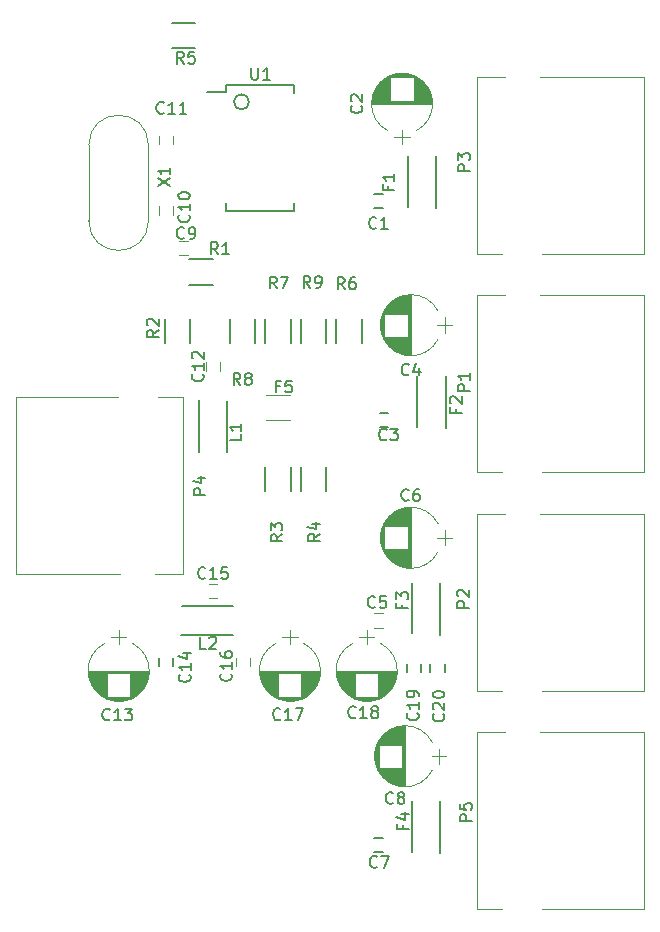
<source format=gbr>
G04 #@! TF.FileFunction,Legend,Top*
%FSLAX46Y46*%
G04 Gerber Fmt 4.6, Leading zero omitted, Abs format (unit mm)*
G04 Created by KiCad (PCBNEW 4.0.5) date 08/02/17 15:31:24*
%MOMM*%
%LPD*%
G01*
G04 APERTURE LIST*
%ADD10C,0.100000*%
%ADD11C,0.200000*%
%ADD12C,0.150000*%
%ADD13C,0.120000*%
G04 APERTURE END LIST*
D10*
D11*
X140540312Y-51600000D02*
G75*
G03X140540312Y-51600000I-640312J0D01*
G01*
D12*
X138625000Y-50175000D02*
X138625000Y-50750000D01*
X144375000Y-50175000D02*
X144375000Y-50825000D01*
X144375000Y-60825000D02*
X144375000Y-60175000D01*
X138625000Y-60825000D02*
X138625000Y-60175000D01*
X138625000Y-50175000D02*
X144375000Y-50175000D01*
X138625000Y-60825000D02*
X144375000Y-60825000D01*
X138625000Y-50750000D02*
X137025000Y-50750000D01*
X152350000Y-79100000D02*
X151650000Y-79100000D01*
X151650000Y-77900000D02*
X152350000Y-77900000D01*
X134100000Y-98650000D02*
X134100000Y-99350000D01*
X132900000Y-99350000D02*
X132900000Y-98650000D01*
X155100000Y-99150000D02*
X155100000Y-99850000D01*
X153900000Y-99850000D02*
X153900000Y-99150000D01*
X157100000Y-99150000D02*
X157100000Y-99850000D01*
X155900000Y-99850000D02*
X155900000Y-99150000D01*
X137500000Y-67075000D02*
X135500000Y-67075000D01*
X135500000Y-64925000D02*
X137500000Y-64925000D01*
X135575000Y-70000000D02*
X135575000Y-72000000D01*
X133425000Y-72000000D02*
X133425000Y-70000000D01*
X144075000Y-82500000D02*
X144075000Y-84500000D01*
X141925000Y-84500000D02*
X141925000Y-82500000D01*
X147075000Y-82500000D02*
X147075000Y-84500000D01*
X144925000Y-84500000D02*
X144925000Y-82500000D01*
X136000000Y-47075000D02*
X134000000Y-47075000D01*
X134000000Y-44925000D02*
X136000000Y-44925000D01*
X150075000Y-70000000D02*
X150075000Y-72000000D01*
X147925000Y-72000000D02*
X147925000Y-70000000D01*
X144075000Y-70000000D02*
X144075000Y-72000000D01*
X141925000Y-72000000D02*
X141925000Y-70000000D01*
X141075000Y-70000000D02*
X141075000Y-72000000D01*
X138925000Y-72000000D02*
X138925000Y-70000000D01*
X147075000Y-70000000D02*
X147075000Y-72000000D01*
X144925000Y-72000000D02*
X144925000Y-70000000D01*
X156698880Y-110800360D02*
X156698880Y-115199640D01*
X154301120Y-110800360D02*
X154301120Y-115100580D01*
X151850000Y-60600000D02*
X151150000Y-60600000D01*
X151150000Y-59400000D02*
X151850000Y-59400000D01*
X151850000Y-115100000D02*
X151150000Y-115100000D01*
X151150000Y-113900000D02*
X151850000Y-113900000D01*
X156698880Y-92300360D02*
X156698880Y-96699640D01*
X154301120Y-92300360D02*
X154301120Y-96600580D01*
X157198880Y-74800360D02*
X157198880Y-79199640D01*
X154801120Y-74800360D02*
X154801120Y-79100580D01*
D13*
X151944278Y-71679723D02*
G75*
G03X156555580Y-71680000I2305722J1179723D01*
G01*
X151944278Y-69320277D02*
G75*
G02X156555580Y-69320000I2305722J-1179723D01*
G01*
X151944278Y-69320277D02*
G75*
G03X151944420Y-71680000I2305722J-1179723D01*
G01*
X154250000Y-73050000D02*
X154250000Y-67950000D01*
X154210000Y-73050000D02*
X154210000Y-67950000D01*
X154170000Y-73049000D02*
X154170000Y-67951000D01*
X154130000Y-73048000D02*
X154130000Y-67952000D01*
X154090000Y-73046000D02*
X154090000Y-67954000D01*
X154050000Y-73043000D02*
X154050000Y-67957000D01*
X154010000Y-73039000D02*
X154010000Y-67961000D01*
X153970000Y-73035000D02*
X153970000Y-71480000D01*
X153970000Y-69520000D02*
X153970000Y-67965000D01*
X153930000Y-73031000D02*
X153930000Y-71480000D01*
X153930000Y-69520000D02*
X153930000Y-67969000D01*
X153890000Y-73025000D02*
X153890000Y-71480000D01*
X153890000Y-69520000D02*
X153890000Y-67975000D01*
X153850000Y-73019000D02*
X153850000Y-71480000D01*
X153850000Y-69520000D02*
X153850000Y-67981000D01*
X153810000Y-73013000D02*
X153810000Y-71480000D01*
X153810000Y-69520000D02*
X153810000Y-67987000D01*
X153770000Y-73006000D02*
X153770000Y-71480000D01*
X153770000Y-69520000D02*
X153770000Y-67994000D01*
X153730000Y-72998000D02*
X153730000Y-71480000D01*
X153730000Y-69520000D02*
X153730000Y-68002000D01*
X153690000Y-72989000D02*
X153690000Y-71480000D01*
X153690000Y-69520000D02*
X153690000Y-68011000D01*
X153650000Y-72980000D02*
X153650000Y-71480000D01*
X153650000Y-69520000D02*
X153650000Y-68020000D01*
X153610000Y-72970000D02*
X153610000Y-71480000D01*
X153610000Y-69520000D02*
X153610000Y-68030000D01*
X153570000Y-72960000D02*
X153570000Y-71480000D01*
X153570000Y-69520000D02*
X153570000Y-68040000D01*
X153529000Y-72948000D02*
X153529000Y-71480000D01*
X153529000Y-69520000D02*
X153529000Y-68052000D01*
X153489000Y-72936000D02*
X153489000Y-71480000D01*
X153489000Y-69520000D02*
X153489000Y-68064000D01*
X153449000Y-72924000D02*
X153449000Y-71480000D01*
X153449000Y-69520000D02*
X153449000Y-68076000D01*
X153409000Y-72910000D02*
X153409000Y-71480000D01*
X153409000Y-69520000D02*
X153409000Y-68090000D01*
X153369000Y-72896000D02*
X153369000Y-71480000D01*
X153369000Y-69520000D02*
X153369000Y-68104000D01*
X153329000Y-72882000D02*
X153329000Y-71480000D01*
X153329000Y-69520000D02*
X153329000Y-68118000D01*
X153289000Y-72866000D02*
X153289000Y-71480000D01*
X153289000Y-69520000D02*
X153289000Y-68134000D01*
X153249000Y-72850000D02*
X153249000Y-71480000D01*
X153249000Y-69520000D02*
X153249000Y-68150000D01*
X153209000Y-72833000D02*
X153209000Y-71480000D01*
X153209000Y-69520000D02*
X153209000Y-68167000D01*
X153169000Y-72815000D02*
X153169000Y-71480000D01*
X153169000Y-69520000D02*
X153169000Y-68185000D01*
X153129000Y-72796000D02*
X153129000Y-71480000D01*
X153129000Y-69520000D02*
X153129000Y-68204000D01*
X153089000Y-72776000D02*
X153089000Y-71480000D01*
X153089000Y-69520000D02*
X153089000Y-68224000D01*
X153049000Y-72756000D02*
X153049000Y-71480000D01*
X153049000Y-69520000D02*
X153049000Y-68244000D01*
X153009000Y-72734000D02*
X153009000Y-71480000D01*
X153009000Y-69520000D02*
X153009000Y-68266000D01*
X152969000Y-72712000D02*
X152969000Y-71480000D01*
X152969000Y-69520000D02*
X152969000Y-68288000D01*
X152929000Y-72689000D02*
X152929000Y-71480000D01*
X152929000Y-69520000D02*
X152929000Y-68311000D01*
X152889000Y-72665000D02*
X152889000Y-71480000D01*
X152889000Y-69520000D02*
X152889000Y-68335000D01*
X152849000Y-72640000D02*
X152849000Y-71480000D01*
X152849000Y-69520000D02*
X152849000Y-68360000D01*
X152809000Y-72613000D02*
X152809000Y-71480000D01*
X152809000Y-69520000D02*
X152809000Y-68387000D01*
X152769000Y-72586000D02*
X152769000Y-71480000D01*
X152769000Y-69520000D02*
X152769000Y-68414000D01*
X152729000Y-72558000D02*
X152729000Y-71480000D01*
X152729000Y-69520000D02*
X152729000Y-68442000D01*
X152689000Y-72528000D02*
X152689000Y-71480000D01*
X152689000Y-69520000D02*
X152689000Y-68472000D01*
X152649000Y-72497000D02*
X152649000Y-71480000D01*
X152649000Y-69520000D02*
X152649000Y-68503000D01*
X152609000Y-72465000D02*
X152609000Y-71480000D01*
X152609000Y-69520000D02*
X152609000Y-68535000D01*
X152569000Y-72432000D02*
X152569000Y-71480000D01*
X152569000Y-69520000D02*
X152569000Y-68568000D01*
X152529000Y-72397000D02*
X152529000Y-71480000D01*
X152529000Y-69520000D02*
X152529000Y-68603000D01*
X152489000Y-72361000D02*
X152489000Y-71480000D01*
X152489000Y-69520000D02*
X152489000Y-68639000D01*
X152449000Y-72323000D02*
X152449000Y-71480000D01*
X152449000Y-69520000D02*
X152449000Y-68677000D01*
X152409000Y-72283000D02*
X152409000Y-71480000D01*
X152409000Y-69520000D02*
X152409000Y-68717000D01*
X152369000Y-72242000D02*
X152369000Y-71480000D01*
X152369000Y-69520000D02*
X152369000Y-68758000D01*
X152329000Y-72199000D02*
X152329000Y-71480000D01*
X152329000Y-69520000D02*
X152329000Y-68801000D01*
X152289000Y-72154000D02*
X152289000Y-71480000D01*
X152289000Y-69520000D02*
X152289000Y-68846000D01*
X152249000Y-72106000D02*
X152249000Y-71480000D01*
X152249000Y-69520000D02*
X152249000Y-68894000D01*
X152209000Y-72056000D02*
X152209000Y-71480000D01*
X152209000Y-69520000D02*
X152209000Y-68944000D01*
X152169000Y-72004000D02*
X152169000Y-71480000D01*
X152169000Y-69520000D02*
X152169000Y-68996000D01*
X152129000Y-71948000D02*
X152129000Y-71480000D01*
X152129000Y-69520000D02*
X152129000Y-69052000D01*
X152089000Y-71890000D02*
X152089000Y-71480000D01*
X152089000Y-69520000D02*
X152089000Y-69110000D01*
X152049000Y-71827000D02*
X152049000Y-71480000D01*
X152049000Y-69520000D02*
X152049000Y-69173000D01*
X152009000Y-71761000D02*
X152009000Y-69239000D01*
X151969000Y-71689000D02*
X151969000Y-69311000D01*
X151929000Y-71612000D02*
X151929000Y-69388000D01*
X151889000Y-71528000D02*
X151889000Y-69472000D01*
X151849000Y-71434000D02*
X151849000Y-69566000D01*
X151809000Y-71329000D02*
X151809000Y-69671000D01*
X151769000Y-71207000D02*
X151769000Y-69793000D01*
X151729000Y-71059000D02*
X151729000Y-69941000D01*
X151689000Y-70854000D02*
X151689000Y-70146000D01*
X157700000Y-70500000D02*
X156500000Y-70500000D01*
X157100000Y-71150000D02*
X157100000Y-69850000D01*
X151944278Y-89679723D02*
G75*
G03X156555580Y-89680000I2305722J1179723D01*
G01*
X151944278Y-87320277D02*
G75*
G02X156555580Y-87320000I2305722J-1179723D01*
G01*
X151944278Y-87320277D02*
G75*
G03X151944420Y-89680000I2305722J-1179723D01*
G01*
X154250000Y-91050000D02*
X154250000Y-85950000D01*
X154210000Y-91050000D02*
X154210000Y-85950000D01*
X154170000Y-91049000D02*
X154170000Y-85951000D01*
X154130000Y-91048000D02*
X154130000Y-85952000D01*
X154090000Y-91046000D02*
X154090000Y-85954000D01*
X154050000Y-91043000D02*
X154050000Y-85957000D01*
X154010000Y-91039000D02*
X154010000Y-85961000D01*
X153970000Y-91035000D02*
X153970000Y-89480000D01*
X153970000Y-87520000D02*
X153970000Y-85965000D01*
X153930000Y-91031000D02*
X153930000Y-89480000D01*
X153930000Y-87520000D02*
X153930000Y-85969000D01*
X153890000Y-91025000D02*
X153890000Y-89480000D01*
X153890000Y-87520000D02*
X153890000Y-85975000D01*
X153850000Y-91019000D02*
X153850000Y-89480000D01*
X153850000Y-87520000D02*
X153850000Y-85981000D01*
X153810000Y-91013000D02*
X153810000Y-89480000D01*
X153810000Y-87520000D02*
X153810000Y-85987000D01*
X153770000Y-91006000D02*
X153770000Y-89480000D01*
X153770000Y-87520000D02*
X153770000Y-85994000D01*
X153730000Y-90998000D02*
X153730000Y-89480000D01*
X153730000Y-87520000D02*
X153730000Y-86002000D01*
X153690000Y-90989000D02*
X153690000Y-89480000D01*
X153690000Y-87520000D02*
X153690000Y-86011000D01*
X153650000Y-90980000D02*
X153650000Y-89480000D01*
X153650000Y-87520000D02*
X153650000Y-86020000D01*
X153610000Y-90970000D02*
X153610000Y-89480000D01*
X153610000Y-87520000D02*
X153610000Y-86030000D01*
X153570000Y-90960000D02*
X153570000Y-89480000D01*
X153570000Y-87520000D02*
X153570000Y-86040000D01*
X153529000Y-90948000D02*
X153529000Y-89480000D01*
X153529000Y-87520000D02*
X153529000Y-86052000D01*
X153489000Y-90936000D02*
X153489000Y-89480000D01*
X153489000Y-87520000D02*
X153489000Y-86064000D01*
X153449000Y-90924000D02*
X153449000Y-89480000D01*
X153449000Y-87520000D02*
X153449000Y-86076000D01*
X153409000Y-90910000D02*
X153409000Y-89480000D01*
X153409000Y-87520000D02*
X153409000Y-86090000D01*
X153369000Y-90896000D02*
X153369000Y-89480000D01*
X153369000Y-87520000D02*
X153369000Y-86104000D01*
X153329000Y-90882000D02*
X153329000Y-89480000D01*
X153329000Y-87520000D02*
X153329000Y-86118000D01*
X153289000Y-90866000D02*
X153289000Y-89480000D01*
X153289000Y-87520000D02*
X153289000Y-86134000D01*
X153249000Y-90850000D02*
X153249000Y-89480000D01*
X153249000Y-87520000D02*
X153249000Y-86150000D01*
X153209000Y-90833000D02*
X153209000Y-89480000D01*
X153209000Y-87520000D02*
X153209000Y-86167000D01*
X153169000Y-90815000D02*
X153169000Y-89480000D01*
X153169000Y-87520000D02*
X153169000Y-86185000D01*
X153129000Y-90796000D02*
X153129000Y-89480000D01*
X153129000Y-87520000D02*
X153129000Y-86204000D01*
X153089000Y-90776000D02*
X153089000Y-89480000D01*
X153089000Y-87520000D02*
X153089000Y-86224000D01*
X153049000Y-90756000D02*
X153049000Y-89480000D01*
X153049000Y-87520000D02*
X153049000Y-86244000D01*
X153009000Y-90734000D02*
X153009000Y-89480000D01*
X153009000Y-87520000D02*
X153009000Y-86266000D01*
X152969000Y-90712000D02*
X152969000Y-89480000D01*
X152969000Y-87520000D02*
X152969000Y-86288000D01*
X152929000Y-90689000D02*
X152929000Y-89480000D01*
X152929000Y-87520000D02*
X152929000Y-86311000D01*
X152889000Y-90665000D02*
X152889000Y-89480000D01*
X152889000Y-87520000D02*
X152889000Y-86335000D01*
X152849000Y-90640000D02*
X152849000Y-89480000D01*
X152849000Y-87520000D02*
X152849000Y-86360000D01*
X152809000Y-90613000D02*
X152809000Y-89480000D01*
X152809000Y-87520000D02*
X152809000Y-86387000D01*
X152769000Y-90586000D02*
X152769000Y-89480000D01*
X152769000Y-87520000D02*
X152769000Y-86414000D01*
X152729000Y-90558000D02*
X152729000Y-89480000D01*
X152729000Y-87520000D02*
X152729000Y-86442000D01*
X152689000Y-90528000D02*
X152689000Y-89480000D01*
X152689000Y-87520000D02*
X152689000Y-86472000D01*
X152649000Y-90497000D02*
X152649000Y-89480000D01*
X152649000Y-87520000D02*
X152649000Y-86503000D01*
X152609000Y-90465000D02*
X152609000Y-89480000D01*
X152609000Y-87520000D02*
X152609000Y-86535000D01*
X152569000Y-90432000D02*
X152569000Y-89480000D01*
X152569000Y-87520000D02*
X152569000Y-86568000D01*
X152529000Y-90397000D02*
X152529000Y-89480000D01*
X152529000Y-87520000D02*
X152529000Y-86603000D01*
X152489000Y-90361000D02*
X152489000Y-89480000D01*
X152489000Y-87520000D02*
X152489000Y-86639000D01*
X152449000Y-90323000D02*
X152449000Y-89480000D01*
X152449000Y-87520000D02*
X152449000Y-86677000D01*
X152409000Y-90283000D02*
X152409000Y-89480000D01*
X152409000Y-87520000D02*
X152409000Y-86717000D01*
X152369000Y-90242000D02*
X152369000Y-89480000D01*
X152369000Y-87520000D02*
X152369000Y-86758000D01*
X152329000Y-90199000D02*
X152329000Y-89480000D01*
X152329000Y-87520000D02*
X152329000Y-86801000D01*
X152289000Y-90154000D02*
X152289000Y-89480000D01*
X152289000Y-87520000D02*
X152289000Y-86846000D01*
X152249000Y-90106000D02*
X152249000Y-89480000D01*
X152249000Y-87520000D02*
X152249000Y-86894000D01*
X152209000Y-90056000D02*
X152209000Y-89480000D01*
X152209000Y-87520000D02*
X152209000Y-86944000D01*
X152169000Y-90004000D02*
X152169000Y-89480000D01*
X152169000Y-87520000D02*
X152169000Y-86996000D01*
X152129000Y-89948000D02*
X152129000Y-89480000D01*
X152129000Y-87520000D02*
X152129000Y-87052000D01*
X152089000Y-89890000D02*
X152089000Y-89480000D01*
X152089000Y-87520000D02*
X152089000Y-87110000D01*
X152049000Y-89827000D02*
X152049000Y-89480000D01*
X152049000Y-87520000D02*
X152049000Y-87173000D01*
X152009000Y-89761000D02*
X152009000Y-87239000D01*
X151969000Y-89689000D02*
X151969000Y-87311000D01*
X151929000Y-89612000D02*
X151929000Y-87388000D01*
X151889000Y-89528000D02*
X151889000Y-87472000D01*
X151849000Y-89434000D02*
X151849000Y-87566000D01*
X151809000Y-89329000D02*
X151809000Y-87671000D01*
X151769000Y-89207000D02*
X151769000Y-87793000D01*
X151729000Y-89059000D02*
X151729000Y-87941000D01*
X151689000Y-88854000D02*
X151689000Y-88146000D01*
X157700000Y-88500000D02*
X156500000Y-88500000D01*
X157100000Y-89150000D02*
X157100000Y-87850000D01*
X134650000Y-63400000D02*
X135350000Y-63400000D01*
X135350000Y-64600000D02*
X134650000Y-64600000D01*
X134100000Y-60450000D02*
X134100000Y-61150000D01*
X132900000Y-61150000D02*
X132900000Y-60450000D01*
X136900000Y-74350000D02*
X136900000Y-73650000D01*
X138100000Y-73650000D02*
X138100000Y-74350000D01*
X130679723Y-102055722D02*
G75*
G03X130680000Y-97444420I-1179723J2305722D01*
G01*
X128320277Y-102055722D02*
G75*
G02X128320000Y-97444420I1179723J2305722D01*
G01*
X128320277Y-102055722D02*
G75*
G03X130680000Y-102055580I1179723J2305722D01*
G01*
X132050000Y-99750000D02*
X126950000Y-99750000D01*
X132050000Y-99790000D02*
X126950000Y-99790000D01*
X132049000Y-99830000D02*
X126951000Y-99830000D01*
X132048000Y-99870000D02*
X126952000Y-99870000D01*
X132046000Y-99910000D02*
X126954000Y-99910000D01*
X132043000Y-99950000D02*
X126957000Y-99950000D01*
X132039000Y-99990000D02*
X126961000Y-99990000D01*
X132035000Y-100030000D02*
X130480000Y-100030000D01*
X128520000Y-100030000D02*
X126965000Y-100030000D01*
X132031000Y-100070000D02*
X130480000Y-100070000D01*
X128520000Y-100070000D02*
X126969000Y-100070000D01*
X132025000Y-100110000D02*
X130480000Y-100110000D01*
X128520000Y-100110000D02*
X126975000Y-100110000D01*
X132019000Y-100150000D02*
X130480000Y-100150000D01*
X128520000Y-100150000D02*
X126981000Y-100150000D01*
X132013000Y-100190000D02*
X130480000Y-100190000D01*
X128520000Y-100190000D02*
X126987000Y-100190000D01*
X132006000Y-100230000D02*
X130480000Y-100230000D01*
X128520000Y-100230000D02*
X126994000Y-100230000D01*
X131998000Y-100270000D02*
X130480000Y-100270000D01*
X128520000Y-100270000D02*
X127002000Y-100270000D01*
X131989000Y-100310000D02*
X130480000Y-100310000D01*
X128520000Y-100310000D02*
X127011000Y-100310000D01*
X131980000Y-100350000D02*
X130480000Y-100350000D01*
X128520000Y-100350000D02*
X127020000Y-100350000D01*
X131970000Y-100390000D02*
X130480000Y-100390000D01*
X128520000Y-100390000D02*
X127030000Y-100390000D01*
X131960000Y-100430000D02*
X130480000Y-100430000D01*
X128520000Y-100430000D02*
X127040000Y-100430000D01*
X131948000Y-100471000D02*
X130480000Y-100471000D01*
X128520000Y-100471000D02*
X127052000Y-100471000D01*
X131936000Y-100511000D02*
X130480000Y-100511000D01*
X128520000Y-100511000D02*
X127064000Y-100511000D01*
X131924000Y-100551000D02*
X130480000Y-100551000D01*
X128520000Y-100551000D02*
X127076000Y-100551000D01*
X131910000Y-100591000D02*
X130480000Y-100591000D01*
X128520000Y-100591000D02*
X127090000Y-100591000D01*
X131896000Y-100631000D02*
X130480000Y-100631000D01*
X128520000Y-100631000D02*
X127104000Y-100631000D01*
X131882000Y-100671000D02*
X130480000Y-100671000D01*
X128520000Y-100671000D02*
X127118000Y-100671000D01*
X131866000Y-100711000D02*
X130480000Y-100711000D01*
X128520000Y-100711000D02*
X127134000Y-100711000D01*
X131850000Y-100751000D02*
X130480000Y-100751000D01*
X128520000Y-100751000D02*
X127150000Y-100751000D01*
X131833000Y-100791000D02*
X130480000Y-100791000D01*
X128520000Y-100791000D02*
X127167000Y-100791000D01*
X131815000Y-100831000D02*
X130480000Y-100831000D01*
X128520000Y-100831000D02*
X127185000Y-100831000D01*
X131796000Y-100871000D02*
X130480000Y-100871000D01*
X128520000Y-100871000D02*
X127204000Y-100871000D01*
X131776000Y-100911000D02*
X130480000Y-100911000D01*
X128520000Y-100911000D02*
X127224000Y-100911000D01*
X131756000Y-100951000D02*
X130480000Y-100951000D01*
X128520000Y-100951000D02*
X127244000Y-100951000D01*
X131734000Y-100991000D02*
X130480000Y-100991000D01*
X128520000Y-100991000D02*
X127266000Y-100991000D01*
X131712000Y-101031000D02*
X130480000Y-101031000D01*
X128520000Y-101031000D02*
X127288000Y-101031000D01*
X131689000Y-101071000D02*
X130480000Y-101071000D01*
X128520000Y-101071000D02*
X127311000Y-101071000D01*
X131665000Y-101111000D02*
X130480000Y-101111000D01*
X128520000Y-101111000D02*
X127335000Y-101111000D01*
X131640000Y-101151000D02*
X130480000Y-101151000D01*
X128520000Y-101151000D02*
X127360000Y-101151000D01*
X131613000Y-101191000D02*
X130480000Y-101191000D01*
X128520000Y-101191000D02*
X127387000Y-101191000D01*
X131586000Y-101231000D02*
X130480000Y-101231000D01*
X128520000Y-101231000D02*
X127414000Y-101231000D01*
X131558000Y-101271000D02*
X130480000Y-101271000D01*
X128520000Y-101271000D02*
X127442000Y-101271000D01*
X131528000Y-101311000D02*
X130480000Y-101311000D01*
X128520000Y-101311000D02*
X127472000Y-101311000D01*
X131497000Y-101351000D02*
X130480000Y-101351000D01*
X128520000Y-101351000D02*
X127503000Y-101351000D01*
X131465000Y-101391000D02*
X130480000Y-101391000D01*
X128520000Y-101391000D02*
X127535000Y-101391000D01*
X131432000Y-101431000D02*
X130480000Y-101431000D01*
X128520000Y-101431000D02*
X127568000Y-101431000D01*
X131397000Y-101471000D02*
X130480000Y-101471000D01*
X128520000Y-101471000D02*
X127603000Y-101471000D01*
X131361000Y-101511000D02*
X130480000Y-101511000D01*
X128520000Y-101511000D02*
X127639000Y-101511000D01*
X131323000Y-101551000D02*
X130480000Y-101551000D01*
X128520000Y-101551000D02*
X127677000Y-101551000D01*
X131283000Y-101591000D02*
X130480000Y-101591000D01*
X128520000Y-101591000D02*
X127717000Y-101591000D01*
X131242000Y-101631000D02*
X130480000Y-101631000D01*
X128520000Y-101631000D02*
X127758000Y-101631000D01*
X131199000Y-101671000D02*
X130480000Y-101671000D01*
X128520000Y-101671000D02*
X127801000Y-101671000D01*
X131154000Y-101711000D02*
X130480000Y-101711000D01*
X128520000Y-101711000D02*
X127846000Y-101711000D01*
X131106000Y-101751000D02*
X130480000Y-101751000D01*
X128520000Y-101751000D02*
X127894000Y-101751000D01*
X131056000Y-101791000D02*
X130480000Y-101791000D01*
X128520000Y-101791000D02*
X127944000Y-101791000D01*
X131004000Y-101831000D02*
X130480000Y-101831000D01*
X128520000Y-101831000D02*
X127996000Y-101831000D01*
X130948000Y-101871000D02*
X130480000Y-101871000D01*
X128520000Y-101871000D02*
X128052000Y-101871000D01*
X130890000Y-101911000D02*
X130480000Y-101911000D01*
X128520000Y-101911000D02*
X128110000Y-101911000D01*
X130827000Y-101951000D02*
X130480000Y-101951000D01*
X128520000Y-101951000D02*
X128173000Y-101951000D01*
X130761000Y-101991000D02*
X128239000Y-101991000D01*
X130689000Y-102031000D02*
X128311000Y-102031000D01*
X130612000Y-102071000D02*
X128388000Y-102071000D01*
X130528000Y-102111000D02*
X128472000Y-102111000D01*
X130434000Y-102151000D02*
X128566000Y-102151000D01*
X130329000Y-102191000D02*
X128671000Y-102191000D01*
X130207000Y-102231000D02*
X128793000Y-102231000D01*
X130059000Y-102271000D02*
X128941000Y-102271000D01*
X129854000Y-102311000D02*
X129146000Y-102311000D01*
X129500000Y-96300000D02*
X129500000Y-97500000D01*
X130150000Y-96900000D02*
X128850000Y-96900000D01*
X137150000Y-92400000D02*
X137850000Y-92400000D01*
X137850000Y-93600000D02*
X137150000Y-93600000D01*
X140600000Y-98650000D02*
X140600000Y-99350000D01*
X139400000Y-99350000D02*
X139400000Y-98650000D01*
X145179723Y-102055722D02*
G75*
G03X145180000Y-97444420I-1179723J2305722D01*
G01*
X142820277Y-102055722D02*
G75*
G02X142820000Y-97444420I1179723J2305722D01*
G01*
X142820277Y-102055722D02*
G75*
G03X145180000Y-102055580I1179723J2305722D01*
G01*
X146550000Y-99750000D02*
X141450000Y-99750000D01*
X146550000Y-99790000D02*
X141450000Y-99790000D01*
X146549000Y-99830000D02*
X141451000Y-99830000D01*
X146548000Y-99870000D02*
X141452000Y-99870000D01*
X146546000Y-99910000D02*
X141454000Y-99910000D01*
X146543000Y-99950000D02*
X141457000Y-99950000D01*
X146539000Y-99990000D02*
X141461000Y-99990000D01*
X146535000Y-100030000D02*
X144980000Y-100030000D01*
X143020000Y-100030000D02*
X141465000Y-100030000D01*
X146531000Y-100070000D02*
X144980000Y-100070000D01*
X143020000Y-100070000D02*
X141469000Y-100070000D01*
X146525000Y-100110000D02*
X144980000Y-100110000D01*
X143020000Y-100110000D02*
X141475000Y-100110000D01*
X146519000Y-100150000D02*
X144980000Y-100150000D01*
X143020000Y-100150000D02*
X141481000Y-100150000D01*
X146513000Y-100190000D02*
X144980000Y-100190000D01*
X143020000Y-100190000D02*
X141487000Y-100190000D01*
X146506000Y-100230000D02*
X144980000Y-100230000D01*
X143020000Y-100230000D02*
X141494000Y-100230000D01*
X146498000Y-100270000D02*
X144980000Y-100270000D01*
X143020000Y-100270000D02*
X141502000Y-100270000D01*
X146489000Y-100310000D02*
X144980000Y-100310000D01*
X143020000Y-100310000D02*
X141511000Y-100310000D01*
X146480000Y-100350000D02*
X144980000Y-100350000D01*
X143020000Y-100350000D02*
X141520000Y-100350000D01*
X146470000Y-100390000D02*
X144980000Y-100390000D01*
X143020000Y-100390000D02*
X141530000Y-100390000D01*
X146460000Y-100430000D02*
X144980000Y-100430000D01*
X143020000Y-100430000D02*
X141540000Y-100430000D01*
X146448000Y-100471000D02*
X144980000Y-100471000D01*
X143020000Y-100471000D02*
X141552000Y-100471000D01*
X146436000Y-100511000D02*
X144980000Y-100511000D01*
X143020000Y-100511000D02*
X141564000Y-100511000D01*
X146424000Y-100551000D02*
X144980000Y-100551000D01*
X143020000Y-100551000D02*
X141576000Y-100551000D01*
X146410000Y-100591000D02*
X144980000Y-100591000D01*
X143020000Y-100591000D02*
X141590000Y-100591000D01*
X146396000Y-100631000D02*
X144980000Y-100631000D01*
X143020000Y-100631000D02*
X141604000Y-100631000D01*
X146382000Y-100671000D02*
X144980000Y-100671000D01*
X143020000Y-100671000D02*
X141618000Y-100671000D01*
X146366000Y-100711000D02*
X144980000Y-100711000D01*
X143020000Y-100711000D02*
X141634000Y-100711000D01*
X146350000Y-100751000D02*
X144980000Y-100751000D01*
X143020000Y-100751000D02*
X141650000Y-100751000D01*
X146333000Y-100791000D02*
X144980000Y-100791000D01*
X143020000Y-100791000D02*
X141667000Y-100791000D01*
X146315000Y-100831000D02*
X144980000Y-100831000D01*
X143020000Y-100831000D02*
X141685000Y-100831000D01*
X146296000Y-100871000D02*
X144980000Y-100871000D01*
X143020000Y-100871000D02*
X141704000Y-100871000D01*
X146276000Y-100911000D02*
X144980000Y-100911000D01*
X143020000Y-100911000D02*
X141724000Y-100911000D01*
X146256000Y-100951000D02*
X144980000Y-100951000D01*
X143020000Y-100951000D02*
X141744000Y-100951000D01*
X146234000Y-100991000D02*
X144980000Y-100991000D01*
X143020000Y-100991000D02*
X141766000Y-100991000D01*
X146212000Y-101031000D02*
X144980000Y-101031000D01*
X143020000Y-101031000D02*
X141788000Y-101031000D01*
X146189000Y-101071000D02*
X144980000Y-101071000D01*
X143020000Y-101071000D02*
X141811000Y-101071000D01*
X146165000Y-101111000D02*
X144980000Y-101111000D01*
X143020000Y-101111000D02*
X141835000Y-101111000D01*
X146140000Y-101151000D02*
X144980000Y-101151000D01*
X143020000Y-101151000D02*
X141860000Y-101151000D01*
X146113000Y-101191000D02*
X144980000Y-101191000D01*
X143020000Y-101191000D02*
X141887000Y-101191000D01*
X146086000Y-101231000D02*
X144980000Y-101231000D01*
X143020000Y-101231000D02*
X141914000Y-101231000D01*
X146058000Y-101271000D02*
X144980000Y-101271000D01*
X143020000Y-101271000D02*
X141942000Y-101271000D01*
X146028000Y-101311000D02*
X144980000Y-101311000D01*
X143020000Y-101311000D02*
X141972000Y-101311000D01*
X145997000Y-101351000D02*
X144980000Y-101351000D01*
X143020000Y-101351000D02*
X142003000Y-101351000D01*
X145965000Y-101391000D02*
X144980000Y-101391000D01*
X143020000Y-101391000D02*
X142035000Y-101391000D01*
X145932000Y-101431000D02*
X144980000Y-101431000D01*
X143020000Y-101431000D02*
X142068000Y-101431000D01*
X145897000Y-101471000D02*
X144980000Y-101471000D01*
X143020000Y-101471000D02*
X142103000Y-101471000D01*
X145861000Y-101511000D02*
X144980000Y-101511000D01*
X143020000Y-101511000D02*
X142139000Y-101511000D01*
X145823000Y-101551000D02*
X144980000Y-101551000D01*
X143020000Y-101551000D02*
X142177000Y-101551000D01*
X145783000Y-101591000D02*
X144980000Y-101591000D01*
X143020000Y-101591000D02*
X142217000Y-101591000D01*
X145742000Y-101631000D02*
X144980000Y-101631000D01*
X143020000Y-101631000D02*
X142258000Y-101631000D01*
X145699000Y-101671000D02*
X144980000Y-101671000D01*
X143020000Y-101671000D02*
X142301000Y-101671000D01*
X145654000Y-101711000D02*
X144980000Y-101711000D01*
X143020000Y-101711000D02*
X142346000Y-101711000D01*
X145606000Y-101751000D02*
X144980000Y-101751000D01*
X143020000Y-101751000D02*
X142394000Y-101751000D01*
X145556000Y-101791000D02*
X144980000Y-101791000D01*
X143020000Y-101791000D02*
X142444000Y-101791000D01*
X145504000Y-101831000D02*
X144980000Y-101831000D01*
X143020000Y-101831000D02*
X142496000Y-101831000D01*
X145448000Y-101871000D02*
X144980000Y-101871000D01*
X143020000Y-101871000D02*
X142552000Y-101871000D01*
X145390000Y-101911000D02*
X144980000Y-101911000D01*
X143020000Y-101911000D02*
X142610000Y-101911000D01*
X145327000Y-101951000D02*
X144980000Y-101951000D01*
X143020000Y-101951000D02*
X142673000Y-101951000D01*
X145261000Y-101991000D02*
X142739000Y-101991000D01*
X145189000Y-102031000D02*
X142811000Y-102031000D01*
X145112000Y-102071000D02*
X142888000Y-102071000D01*
X145028000Y-102111000D02*
X142972000Y-102111000D01*
X144934000Y-102151000D02*
X143066000Y-102151000D01*
X144829000Y-102191000D02*
X143171000Y-102191000D01*
X144707000Y-102231000D02*
X143293000Y-102231000D01*
X144559000Y-102271000D02*
X143441000Y-102271000D01*
X144354000Y-102311000D02*
X143646000Y-102311000D01*
X144000000Y-96300000D02*
X144000000Y-97500000D01*
X144650000Y-96900000D02*
X143350000Y-96900000D01*
X151679723Y-102055722D02*
G75*
G03X151680000Y-97444420I-1179723J2305722D01*
G01*
X149320277Y-102055722D02*
G75*
G02X149320000Y-97444420I1179723J2305722D01*
G01*
X149320277Y-102055722D02*
G75*
G03X151680000Y-102055580I1179723J2305722D01*
G01*
X153050000Y-99750000D02*
X147950000Y-99750000D01*
X153050000Y-99790000D02*
X147950000Y-99790000D01*
X153049000Y-99830000D02*
X147951000Y-99830000D01*
X153048000Y-99870000D02*
X147952000Y-99870000D01*
X153046000Y-99910000D02*
X147954000Y-99910000D01*
X153043000Y-99950000D02*
X147957000Y-99950000D01*
X153039000Y-99990000D02*
X147961000Y-99990000D01*
X153035000Y-100030000D02*
X151480000Y-100030000D01*
X149520000Y-100030000D02*
X147965000Y-100030000D01*
X153031000Y-100070000D02*
X151480000Y-100070000D01*
X149520000Y-100070000D02*
X147969000Y-100070000D01*
X153025000Y-100110000D02*
X151480000Y-100110000D01*
X149520000Y-100110000D02*
X147975000Y-100110000D01*
X153019000Y-100150000D02*
X151480000Y-100150000D01*
X149520000Y-100150000D02*
X147981000Y-100150000D01*
X153013000Y-100190000D02*
X151480000Y-100190000D01*
X149520000Y-100190000D02*
X147987000Y-100190000D01*
X153006000Y-100230000D02*
X151480000Y-100230000D01*
X149520000Y-100230000D02*
X147994000Y-100230000D01*
X152998000Y-100270000D02*
X151480000Y-100270000D01*
X149520000Y-100270000D02*
X148002000Y-100270000D01*
X152989000Y-100310000D02*
X151480000Y-100310000D01*
X149520000Y-100310000D02*
X148011000Y-100310000D01*
X152980000Y-100350000D02*
X151480000Y-100350000D01*
X149520000Y-100350000D02*
X148020000Y-100350000D01*
X152970000Y-100390000D02*
X151480000Y-100390000D01*
X149520000Y-100390000D02*
X148030000Y-100390000D01*
X152960000Y-100430000D02*
X151480000Y-100430000D01*
X149520000Y-100430000D02*
X148040000Y-100430000D01*
X152948000Y-100471000D02*
X151480000Y-100471000D01*
X149520000Y-100471000D02*
X148052000Y-100471000D01*
X152936000Y-100511000D02*
X151480000Y-100511000D01*
X149520000Y-100511000D02*
X148064000Y-100511000D01*
X152924000Y-100551000D02*
X151480000Y-100551000D01*
X149520000Y-100551000D02*
X148076000Y-100551000D01*
X152910000Y-100591000D02*
X151480000Y-100591000D01*
X149520000Y-100591000D02*
X148090000Y-100591000D01*
X152896000Y-100631000D02*
X151480000Y-100631000D01*
X149520000Y-100631000D02*
X148104000Y-100631000D01*
X152882000Y-100671000D02*
X151480000Y-100671000D01*
X149520000Y-100671000D02*
X148118000Y-100671000D01*
X152866000Y-100711000D02*
X151480000Y-100711000D01*
X149520000Y-100711000D02*
X148134000Y-100711000D01*
X152850000Y-100751000D02*
X151480000Y-100751000D01*
X149520000Y-100751000D02*
X148150000Y-100751000D01*
X152833000Y-100791000D02*
X151480000Y-100791000D01*
X149520000Y-100791000D02*
X148167000Y-100791000D01*
X152815000Y-100831000D02*
X151480000Y-100831000D01*
X149520000Y-100831000D02*
X148185000Y-100831000D01*
X152796000Y-100871000D02*
X151480000Y-100871000D01*
X149520000Y-100871000D02*
X148204000Y-100871000D01*
X152776000Y-100911000D02*
X151480000Y-100911000D01*
X149520000Y-100911000D02*
X148224000Y-100911000D01*
X152756000Y-100951000D02*
X151480000Y-100951000D01*
X149520000Y-100951000D02*
X148244000Y-100951000D01*
X152734000Y-100991000D02*
X151480000Y-100991000D01*
X149520000Y-100991000D02*
X148266000Y-100991000D01*
X152712000Y-101031000D02*
X151480000Y-101031000D01*
X149520000Y-101031000D02*
X148288000Y-101031000D01*
X152689000Y-101071000D02*
X151480000Y-101071000D01*
X149520000Y-101071000D02*
X148311000Y-101071000D01*
X152665000Y-101111000D02*
X151480000Y-101111000D01*
X149520000Y-101111000D02*
X148335000Y-101111000D01*
X152640000Y-101151000D02*
X151480000Y-101151000D01*
X149520000Y-101151000D02*
X148360000Y-101151000D01*
X152613000Y-101191000D02*
X151480000Y-101191000D01*
X149520000Y-101191000D02*
X148387000Y-101191000D01*
X152586000Y-101231000D02*
X151480000Y-101231000D01*
X149520000Y-101231000D02*
X148414000Y-101231000D01*
X152558000Y-101271000D02*
X151480000Y-101271000D01*
X149520000Y-101271000D02*
X148442000Y-101271000D01*
X152528000Y-101311000D02*
X151480000Y-101311000D01*
X149520000Y-101311000D02*
X148472000Y-101311000D01*
X152497000Y-101351000D02*
X151480000Y-101351000D01*
X149520000Y-101351000D02*
X148503000Y-101351000D01*
X152465000Y-101391000D02*
X151480000Y-101391000D01*
X149520000Y-101391000D02*
X148535000Y-101391000D01*
X152432000Y-101431000D02*
X151480000Y-101431000D01*
X149520000Y-101431000D02*
X148568000Y-101431000D01*
X152397000Y-101471000D02*
X151480000Y-101471000D01*
X149520000Y-101471000D02*
X148603000Y-101471000D01*
X152361000Y-101511000D02*
X151480000Y-101511000D01*
X149520000Y-101511000D02*
X148639000Y-101511000D01*
X152323000Y-101551000D02*
X151480000Y-101551000D01*
X149520000Y-101551000D02*
X148677000Y-101551000D01*
X152283000Y-101591000D02*
X151480000Y-101591000D01*
X149520000Y-101591000D02*
X148717000Y-101591000D01*
X152242000Y-101631000D02*
X151480000Y-101631000D01*
X149520000Y-101631000D02*
X148758000Y-101631000D01*
X152199000Y-101671000D02*
X151480000Y-101671000D01*
X149520000Y-101671000D02*
X148801000Y-101671000D01*
X152154000Y-101711000D02*
X151480000Y-101711000D01*
X149520000Y-101711000D02*
X148846000Y-101711000D01*
X152106000Y-101751000D02*
X151480000Y-101751000D01*
X149520000Y-101751000D02*
X148894000Y-101751000D01*
X152056000Y-101791000D02*
X151480000Y-101791000D01*
X149520000Y-101791000D02*
X148944000Y-101791000D01*
X152004000Y-101831000D02*
X151480000Y-101831000D01*
X149520000Y-101831000D02*
X148996000Y-101831000D01*
X151948000Y-101871000D02*
X151480000Y-101871000D01*
X149520000Y-101871000D02*
X149052000Y-101871000D01*
X151890000Y-101911000D02*
X151480000Y-101911000D01*
X149520000Y-101911000D02*
X149110000Y-101911000D01*
X151827000Y-101951000D02*
X151480000Y-101951000D01*
X149520000Y-101951000D02*
X149173000Y-101951000D01*
X151761000Y-101991000D02*
X149239000Y-101991000D01*
X151689000Y-102031000D02*
X149311000Y-102031000D01*
X151612000Y-102071000D02*
X149388000Y-102071000D01*
X151528000Y-102111000D02*
X149472000Y-102111000D01*
X151434000Y-102151000D02*
X149566000Y-102151000D01*
X151329000Y-102191000D02*
X149671000Y-102191000D01*
X151207000Y-102231000D02*
X149793000Y-102231000D01*
X151059000Y-102271000D02*
X149941000Y-102271000D01*
X150854000Y-102311000D02*
X150146000Y-102311000D01*
X150500000Y-96300000D02*
X150500000Y-97500000D01*
X151150000Y-96900000D02*
X149850000Y-96900000D01*
D12*
X156398880Y-56200360D02*
X156398880Y-60599640D01*
X154001120Y-56200360D02*
X154001120Y-60500580D01*
D13*
X144000000Y-78570000D02*
X142000000Y-78570000D01*
X142000000Y-76430000D02*
X144000000Y-76430000D01*
D12*
X136301120Y-81199640D02*
X136301120Y-76800360D01*
X138698880Y-81199640D02*
X138698880Y-76899420D01*
X139199640Y-96698880D02*
X134800360Y-96698880D01*
X139199640Y-94301120D02*
X134899420Y-94301120D01*
D13*
X159860000Y-67950000D02*
X162190000Y-67950000D01*
X159860000Y-82940000D02*
X161980000Y-82940000D01*
X159860000Y-67950000D02*
X159860000Y-82940000D01*
X173950000Y-67950000D02*
X173950000Y-82940000D01*
X165150000Y-67950000D02*
X173950000Y-67950000D01*
X165350000Y-82940000D02*
X173950000Y-82940000D01*
X159860000Y-86450000D02*
X162190000Y-86450000D01*
X159860000Y-101440000D02*
X161980000Y-101440000D01*
X159860000Y-86450000D02*
X159860000Y-101440000D01*
X173950000Y-86450000D02*
X173950000Y-101440000D01*
X165150000Y-86450000D02*
X173950000Y-86450000D01*
X165350000Y-101440000D02*
X173950000Y-101440000D01*
X159860000Y-49450000D02*
X162190000Y-49450000D01*
X159860000Y-64440000D02*
X161980000Y-64440000D01*
X159860000Y-49450000D02*
X159860000Y-64440000D01*
X173950000Y-49450000D02*
X173950000Y-64440000D01*
X165150000Y-49450000D02*
X173950000Y-49450000D01*
X165350000Y-64440000D02*
X173950000Y-64440000D01*
X134940000Y-91550000D02*
X132610000Y-91550000D01*
X134940000Y-76560000D02*
X132820000Y-76560000D01*
X134940000Y-91550000D02*
X134940000Y-76560000D01*
X120850000Y-91550000D02*
X120850000Y-76560000D01*
X129650000Y-91550000D02*
X120850000Y-91550000D01*
X129450000Y-76560000D02*
X120850000Y-76560000D01*
X159860000Y-104950000D02*
X162190000Y-104950000D01*
X159860000Y-119940000D02*
X161980000Y-119940000D01*
X159860000Y-104950000D02*
X159860000Y-119940000D01*
X173950000Y-104950000D02*
X173950000Y-119940000D01*
X165150000Y-104950000D02*
X173950000Y-104950000D01*
X165350000Y-119940000D02*
X173950000Y-119940000D01*
X152320277Y-49444278D02*
G75*
G03X152320000Y-54055580I1179723J-2305722D01*
G01*
X154679723Y-49444278D02*
G75*
G02X154680000Y-54055580I-1179723J-2305722D01*
G01*
X154679723Y-49444278D02*
G75*
G03X152320000Y-49444420I-1179723J-2305722D01*
G01*
X150950000Y-51750000D02*
X156050000Y-51750000D01*
X150950000Y-51710000D02*
X156050000Y-51710000D01*
X150951000Y-51670000D02*
X156049000Y-51670000D01*
X150952000Y-51630000D02*
X156048000Y-51630000D01*
X150954000Y-51590000D02*
X156046000Y-51590000D01*
X150957000Y-51550000D02*
X156043000Y-51550000D01*
X150961000Y-51510000D02*
X156039000Y-51510000D01*
X150965000Y-51470000D02*
X152520000Y-51470000D01*
X154480000Y-51470000D02*
X156035000Y-51470000D01*
X150969000Y-51430000D02*
X152520000Y-51430000D01*
X154480000Y-51430000D02*
X156031000Y-51430000D01*
X150975000Y-51390000D02*
X152520000Y-51390000D01*
X154480000Y-51390000D02*
X156025000Y-51390000D01*
X150981000Y-51350000D02*
X152520000Y-51350000D01*
X154480000Y-51350000D02*
X156019000Y-51350000D01*
X150987000Y-51310000D02*
X152520000Y-51310000D01*
X154480000Y-51310000D02*
X156013000Y-51310000D01*
X150994000Y-51270000D02*
X152520000Y-51270000D01*
X154480000Y-51270000D02*
X156006000Y-51270000D01*
X151002000Y-51230000D02*
X152520000Y-51230000D01*
X154480000Y-51230000D02*
X155998000Y-51230000D01*
X151011000Y-51190000D02*
X152520000Y-51190000D01*
X154480000Y-51190000D02*
X155989000Y-51190000D01*
X151020000Y-51150000D02*
X152520000Y-51150000D01*
X154480000Y-51150000D02*
X155980000Y-51150000D01*
X151030000Y-51110000D02*
X152520000Y-51110000D01*
X154480000Y-51110000D02*
X155970000Y-51110000D01*
X151040000Y-51070000D02*
X152520000Y-51070000D01*
X154480000Y-51070000D02*
X155960000Y-51070000D01*
X151052000Y-51029000D02*
X152520000Y-51029000D01*
X154480000Y-51029000D02*
X155948000Y-51029000D01*
X151064000Y-50989000D02*
X152520000Y-50989000D01*
X154480000Y-50989000D02*
X155936000Y-50989000D01*
X151076000Y-50949000D02*
X152520000Y-50949000D01*
X154480000Y-50949000D02*
X155924000Y-50949000D01*
X151090000Y-50909000D02*
X152520000Y-50909000D01*
X154480000Y-50909000D02*
X155910000Y-50909000D01*
X151104000Y-50869000D02*
X152520000Y-50869000D01*
X154480000Y-50869000D02*
X155896000Y-50869000D01*
X151118000Y-50829000D02*
X152520000Y-50829000D01*
X154480000Y-50829000D02*
X155882000Y-50829000D01*
X151134000Y-50789000D02*
X152520000Y-50789000D01*
X154480000Y-50789000D02*
X155866000Y-50789000D01*
X151150000Y-50749000D02*
X152520000Y-50749000D01*
X154480000Y-50749000D02*
X155850000Y-50749000D01*
X151167000Y-50709000D02*
X152520000Y-50709000D01*
X154480000Y-50709000D02*
X155833000Y-50709000D01*
X151185000Y-50669000D02*
X152520000Y-50669000D01*
X154480000Y-50669000D02*
X155815000Y-50669000D01*
X151204000Y-50629000D02*
X152520000Y-50629000D01*
X154480000Y-50629000D02*
X155796000Y-50629000D01*
X151224000Y-50589000D02*
X152520000Y-50589000D01*
X154480000Y-50589000D02*
X155776000Y-50589000D01*
X151244000Y-50549000D02*
X152520000Y-50549000D01*
X154480000Y-50549000D02*
X155756000Y-50549000D01*
X151266000Y-50509000D02*
X152520000Y-50509000D01*
X154480000Y-50509000D02*
X155734000Y-50509000D01*
X151288000Y-50469000D02*
X152520000Y-50469000D01*
X154480000Y-50469000D02*
X155712000Y-50469000D01*
X151311000Y-50429000D02*
X152520000Y-50429000D01*
X154480000Y-50429000D02*
X155689000Y-50429000D01*
X151335000Y-50389000D02*
X152520000Y-50389000D01*
X154480000Y-50389000D02*
X155665000Y-50389000D01*
X151360000Y-50349000D02*
X152520000Y-50349000D01*
X154480000Y-50349000D02*
X155640000Y-50349000D01*
X151387000Y-50309000D02*
X152520000Y-50309000D01*
X154480000Y-50309000D02*
X155613000Y-50309000D01*
X151414000Y-50269000D02*
X152520000Y-50269000D01*
X154480000Y-50269000D02*
X155586000Y-50269000D01*
X151442000Y-50229000D02*
X152520000Y-50229000D01*
X154480000Y-50229000D02*
X155558000Y-50229000D01*
X151472000Y-50189000D02*
X152520000Y-50189000D01*
X154480000Y-50189000D02*
X155528000Y-50189000D01*
X151503000Y-50149000D02*
X152520000Y-50149000D01*
X154480000Y-50149000D02*
X155497000Y-50149000D01*
X151535000Y-50109000D02*
X152520000Y-50109000D01*
X154480000Y-50109000D02*
X155465000Y-50109000D01*
X151568000Y-50069000D02*
X152520000Y-50069000D01*
X154480000Y-50069000D02*
X155432000Y-50069000D01*
X151603000Y-50029000D02*
X152520000Y-50029000D01*
X154480000Y-50029000D02*
X155397000Y-50029000D01*
X151639000Y-49989000D02*
X152520000Y-49989000D01*
X154480000Y-49989000D02*
X155361000Y-49989000D01*
X151677000Y-49949000D02*
X152520000Y-49949000D01*
X154480000Y-49949000D02*
X155323000Y-49949000D01*
X151717000Y-49909000D02*
X152520000Y-49909000D01*
X154480000Y-49909000D02*
X155283000Y-49909000D01*
X151758000Y-49869000D02*
X152520000Y-49869000D01*
X154480000Y-49869000D02*
X155242000Y-49869000D01*
X151801000Y-49829000D02*
X152520000Y-49829000D01*
X154480000Y-49829000D02*
X155199000Y-49829000D01*
X151846000Y-49789000D02*
X152520000Y-49789000D01*
X154480000Y-49789000D02*
X155154000Y-49789000D01*
X151894000Y-49749000D02*
X152520000Y-49749000D01*
X154480000Y-49749000D02*
X155106000Y-49749000D01*
X151944000Y-49709000D02*
X152520000Y-49709000D01*
X154480000Y-49709000D02*
X155056000Y-49709000D01*
X151996000Y-49669000D02*
X152520000Y-49669000D01*
X154480000Y-49669000D02*
X155004000Y-49669000D01*
X152052000Y-49629000D02*
X152520000Y-49629000D01*
X154480000Y-49629000D02*
X154948000Y-49629000D01*
X152110000Y-49589000D02*
X152520000Y-49589000D01*
X154480000Y-49589000D02*
X154890000Y-49589000D01*
X152173000Y-49549000D02*
X152520000Y-49549000D01*
X154480000Y-49549000D02*
X154827000Y-49549000D01*
X152239000Y-49509000D02*
X154761000Y-49509000D01*
X152311000Y-49469000D02*
X154689000Y-49469000D01*
X152388000Y-49429000D02*
X154612000Y-49429000D01*
X152472000Y-49389000D02*
X154528000Y-49389000D01*
X152566000Y-49349000D02*
X154434000Y-49349000D01*
X152671000Y-49309000D02*
X154329000Y-49309000D01*
X152793000Y-49269000D02*
X154207000Y-49269000D01*
X152941000Y-49229000D02*
X154059000Y-49229000D01*
X153146000Y-49189000D02*
X153854000Y-49189000D01*
X153500000Y-55200000D02*
X153500000Y-54000000D01*
X152850000Y-54600000D02*
X154150000Y-54600000D01*
X151850000Y-96100000D02*
X151150000Y-96100000D01*
X151150000Y-94900000D02*
X151850000Y-94900000D01*
X151444278Y-108179723D02*
G75*
G03X156055580Y-108180000I2305722J1179723D01*
G01*
X151444278Y-105820277D02*
G75*
G02X156055580Y-105820000I2305722J-1179723D01*
G01*
X151444278Y-105820277D02*
G75*
G03X151444420Y-108180000I2305722J-1179723D01*
G01*
X153750000Y-109550000D02*
X153750000Y-104450000D01*
X153710000Y-109550000D02*
X153710000Y-104450000D01*
X153670000Y-109549000D02*
X153670000Y-104451000D01*
X153630000Y-109548000D02*
X153630000Y-104452000D01*
X153590000Y-109546000D02*
X153590000Y-104454000D01*
X153550000Y-109543000D02*
X153550000Y-104457000D01*
X153510000Y-109539000D02*
X153510000Y-104461000D01*
X153470000Y-109535000D02*
X153470000Y-107980000D01*
X153470000Y-106020000D02*
X153470000Y-104465000D01*
X153430000Y-109531000D02*
X153430000Y-107980000D01*
X153430000Y-106020000D02*
X153430000Y-104469000D01*
X153390000Y-109525000D02*
X153390000Y-107980000D01*
X153390000Y-106020000D02*
X153390000Y-104475000D01*
X153350000Y-109519000D02*
X153350000Y-107980000D01*
X153350000Y-106020000D02*
X153350000Y-104481000D01*
X153310000Y-109513000D02*
X153310000Y-107980000D01*
X153310000Y-106020000D02*
X153310000Y-104487000D01*
X153270000Y-109506000D02*
X153270000Y-107980000D01*
X153270000Y-106020000D02*
X153270000Y-104494000D01*
X153230000Y-109498000D02*
X153230000Y-107980000D01*
X153230000Y-106020000D02*
X153230000Y-104502000D01*
X153190000Y-109489000D02*
X153190000Y-107980000D01*
X153190000Y-106020000D02*
X153190000Y-104511000D01*
X153150000Y-109480000D02*
X153150000Y-107980000D01*
X153150000Y-106020000D02*
X153150000Y-104520000D01*
X153110000Y-109470000D02*
X153110000Y-107980000D01*
X153110000Y-106020000D02*
X153110000Y-104530000D01*
X153070000Y-109460000D02*
X153070000Y-107980000D01*
X153070000Y-106020000D02*
X153070000Y-104540000D01*
X153029000Y-109448000D02*
X153029000Y-107980000D01*
X153029000Y-106020000D02*
X153029000Y-104552000D01*
X152989000Y-109436000D02*
X152989000Y-107980000D01*
X152989000Y-106020000D02*
X152989000Y-104564000D01*
X152949000Y-109424000D02*
X152949000Y-107980000D01*
X152949000Y-106020000D02*
X152949000Y-104576000D01*
X152909000Y-109410000D02*
X152909000Y-107980000D01*
X152909000Y-106020000D02*
X152909000Y-104590000D01*
X152869000Y-109396000D02*
X152869000Y-107980000D01*
X152869000Y-106020000D02*
X152869000Y-104604000D01*
X152829000Y-109382000D02*
X152829000Y-107980000D01*
X152829000Y-106020000D02*
X152829000Y-104618000D01*
X152789000Y-109366000D02*
X152789000Y-107980000D01*
X152789000Y-106020000D02*
X152789000Y-104634000D01*
X152749000Y-109350000D02*
X152749000Y-107980000D01*
X152749000Y-106020000D02*
X152749000Y-104650000D01*
X152709000Y-109333000D02*
X152709000Y-107980000D01*
X152709000Y-106020000D02*
X152709000Y-104667000D01*
X152669000Y-109315000D02*
X152669000Y-107980000D01*
X152669000Y-106020000D02*
X152669000Y-104685000D01*
X152629000Y-109296000D02*
X152629000Y-107980000D01*
X152629000Y-106020000D02*
X152629000Y-104704000D01*
X152589000Y-109276000D02*
X152589000Y-107980000D01*
X152589000Y-106020000D02*
X152589000Y-104724000D01*
X152549000Y-109256000D02*
X152549000Y-107980000D01*
X152549000Y-106020000D02*
X152549000Y-104744000D01*
X152509000Y-109234000D02*
X152509000Y-107980000D01*
X152509000Y-106020000D02*
X152509000Y-104766000D01*
X152469000Y-109212000D02*
X152469000Y-107980000D01*
X152469000Y-106020000D02*
X152469000Y-104788000D01*
X152429000Y-109189000D02*
X152429000Y-107980000D01*
X152429000Y-106020000D02*
X152429000Y-104811000D01*
X152389000Y-109165000D02*
X152389000Y-107980000D01*
X152389000Y-106020000D02*
X152389000Y-104835000D01*
X152349000Y-109140000D02*
X152349000Y-107980000D01*
X152349000Y-106020000D02*
X152349000Y-104860000D01*
X152309000Y-109113000D02*
X152309000Y-107980000D01*
X152309000Y-106020000D02*
X152309000Y-104887000D01*
X152269000Y-109086000D02*
X152269000Y-107980000D01*
X152269000Y-106020000D02*
X152269000Y-104914000D01*
X152229000Y-109058000D02*
X152229000Y-107980000D01*
X152229000Y-106020000D02*
X152229000Y-104942000D01*
X152189000Y-109028000D02*
X152189000Y-107980000D01*
X152189000Y-106020000D02*
X152189000Y-104972000D01*
X152149000Y-108997000D02*
X152149000Y-107980000D01*
X152149000Y-106020000D02*
X152149000Y-105003000D01*
X152109000Y-108965000D02*
X152109000Y-107980000D01*
X152109000Y-106020000D02*
X152109000Y-105035000D01*
X152069000Y-108932000D02*
X152069000Y-107980000D01*
X152069000Y-106020000D02*
X152069000Y-105068000D01*
X152029000Y-108897000D02*
X152029000Y-107980000D01*
X152029000Y-106020000D02*
X152029000Y-105103000D01*
X151989000Y-108861000D02*
X151989000Y-107980000D01*
X151989000Y-106020000D02*
X151989000Y-105139000D01*
X151949000Y-108823000D02*
X151949000Y-107980000D01*
X151949000Y-106020000D02*
X151949000Y-105177000D01*
X151909000Y-108783000D02*
X151909000Y-107980000D01*
X151909000Y-106020000D02*
X151909000Y-105217000D01*
X151869000Y-108742000D02*
X151869000Y-107980000D01*
X151869000Y-106020000D02*
X151869000Y-105258000D01*
X151829000Y-108699000D02*
X151829000Y-107980000D01*
X151829000Y-106020000D02*
X151829000Y-105301000D01*
X151789000Y-108654000D02*
X151789000Y-107980000D01*
X151789000Y-106020000D02*
X151789000Y-105346000D01*
X151749000Y-108606000D02*
X151749000Y-107980000D01*
X151749000Y-106020000D02*
X151749000Y-105394000D01*
X151709000Y-108556000D02*
X151709000Y-107980000D01*
X151709000Y-106020000D02*
X151709000Y-105444000D01*
X151669000Y-108504000D02*
X151669000Y-107980000D01*
X151669000Y-106020000D02*
X151669000Y-105496000D01*
X151629000Y-108448000D02*
X151629000Y-107980000D01*
X151629000Y-106020000D02*
X151629000Y-105552000D01*
X151589000Y-108390000D02*
X151589000Y-107980000D01*
X151589000Y-106020000D02*
X151589000Y-105610000D01*
X151549000Y-108327000D02*
X151549000Y-107980000D01*
X151549000Y-106020000D02*
X151549000Y-105673000D01*
X151509000Y-108261000D02*
X151509000Y-105739000D01*
X151469000Y-108189000D02*
X151469000Y-105811000D01*
X151429000Y-108112000D02*
X151429000Y-105888000D01*
X151389000Y-108028000D02*
X151389000Y-105972000D01*
X151349000Y-107934000D02*
X151349000Y-106066000D01*
X151309000Y-107829000D02*
X151309000Y-106171000D01*
X151269000Y-107707000D02*
X151269000Y-106293000D01*
X151229000Y-107559000D02*
X151229000Y-106441000D01*
X151189000Y-107354000D02*
X151189000Y-106646000D01*
X157200000Y-107000000D02*
X156000000Y-107000000D01*
X156600000Y-107650000D02*
X156600000Y-106350000D01*
X132900000Y-55150000D02*
X132900000Y-54450000D01*
X134100000Y-54450000D02*
X134100000Y-55150000D01*
X132025000Y-55250000D02*
X132025000Y-61650000D01*
X126975000Y-55250000D02*
X126975000Y-61650000D01*
X126975000Y-55250000D02*
G75*
G02X132025000Y-55250000I2525000J0D01*
G01*
X126975000Y-61650000D02*
G75*
G03X132025000Y-61650000I2525000J0D01*
G01*
D12*
X140738095Y-48702381D02*
X140738095Y-49511905D01*
X140785714Y-49607143D01*
X140833333Y-49654762D01*
X140928571Y-49702381D01*
X141119048Y-49702381D01*
X141214286Y-49654762D01*
X141261905Y-49607143D01*
X141309524Y-49511905D01*
X141309524Y-48702381D01*
X142309524Y-49702381D02*
X141738095Y-49702381D01*
X142023809Y-49702381D02*
X142023809Y-48702381D01*
X141928571Y-48845238D01*
X141833333Y-48940476D01*
X141738095Y-48988095D01*
X152183334Y-80157143D02*
X152135715Y-80204762D01*
X151992858Y-80252381D01*
X151897620Y-80252381D01*
X151754762Y-80204762D01*
X151659524Y-80109524D01*
X151611905Y-80014286D01*
X151564286Y-79823810D01*
X151564286Y-79680952D01*
X151611905Y-79490476D01*
X151659524Y-79395238D01*
X151754762Y-79300000D01*
X151897620Y-79252381D01*
X151992858Y-79252381D01*
X152135715Y-79300000D01*
X152183334Y-79347619D01*
X152516667Y-79252381D02*
X153135715Y-79252381D01*
X152802381Y-79633333D01*
X152945239Y-79633333D01*
X153040477Y-79680952D01*
X153088096Y-79728571D01*
X153135715Y-79823810D01*
X153135715Y-80061905D01*
X153088096Y-80157143D01*
X153040477Y-80204762D01*
X152945239Y-80252381D01*
X152659524Y-80252381D01*
X152564286Y-80204762D01*
X152516667Y-80157143D01*
X135497143Y-100082857D02*
X135544762Y-100130476D01*
X135592381Y-100273333D01*
X135592381Y-100368571D01*
X135544762Y-100511429D01*
X135449524Y-100606667D01*
X135354286Y-100654286D01*
X135163810Y-100701905D01*
X135020952Y-100701905D01*
X134830476Y-100654286D01*
X134735238Y-100606667D01*
X134640000Y-100511429D01*
X134592381Y-100368571D01*
X134592381Y-100273333D01*
X134640000Y-100130476D01*
X134687619Y-100082857D01*
X135592381Y-99130476D02*
X135592381Y-99701905D01*
X135592381Y-99416191D02*
X134592381Y-99416191D01*
X134735238Y-99511429D01*
X134830476Y-99606667D01*
X134878095Y-99701905D01*
X134925714Y-98273333D02*
X135592381Y-98273333D01*
X134544762Y-98511429D02*
X135259048Y-98749524D01*
X135259048Y-98130476D01*
X154807143Y-103352857D02*
X154854762Y-103400476D01*
X154902381Y-103543333D01*
X154902381Y-103638571D01*
X154854762Y-103781429D01*
X154759524Y-103876667D01*
X154664286Y-103924286D01*
X154473810Y-103971905D01*
X154330952Y-103971905D01*
X154140476Y-103924286D01*
X154045238Y-103876667D01*
X153950000Y-103781429D01*
X153902381Y-103638571D01*
X153902381Y-103543333D01*
X153950000Y-103400476D01*
X153997619Y-103352857D01*
X154902381Y-102400476D02*
X154902381Y-102971905D01*
X154902381Y-102686191D02*
X153902381Y-102686191D01*
X154045238Y-102781429D01*
X154140476Y-102876667D01*
X154188095Y-102971905D01*
X154902381Y-101924286D02*
X154902381Y-101733810D01*
X154854762Y-101638571D01*
X154807143Y-101590952D01*
X154664286Y-101495714D01*
X154473810Y-101448095D01*
X154092857Y-101448095D01*
X153997619Y-101495714D01*
X153950000Y-101543333D01*
X153902381Y-101638571D01*
X153902381Y-101829048D01*
X153950000Y-101924286D01*
X153997619Y-101971905D01*
X154092857Y-102019524D01*
X154330952Y-102019524D01*
X154426190Y-101971905D01*
X154473810Y-101924286D01*
X154521429Y-101829048D01*
X154521429Y-101638571D01*
X154473810Y-101543333D01*
X154426190Y-101495714D01*
X154330952Y-101448095D01*
X156987143Y-103402857D02*
X157034762Y-103450476D01*
X157082381Y-103593333D01*
X157082381Y-103688571D01*
X157034762Y-103831429D01*
X156939524Y-103926667D01*
X156844286Y-103974286D01*
X156653810Y-104021905D01*
X156510952Y-104021905D01*
X156320476Y-103974286D01*
X156225238Y-103926667D01*
X156130000Y-103831429D01*
X156082381Y-103688571D01*
X156082381Y-103593333D01*
X156130000Y-103450476D01*
X156177619Y-103402857D01*
X156177619Y-103021905D02*
X156130000Y-102974286D01*
X156082381Y-102879048D01*
X156082381Y-102640952D01*
X156130000Y-102545714D01*
X156177619Y-102498095D01*
X156272857Y-102450476D01*
X156368095Y-102450476D01*
X156510952Y-102498095D01*
X157082381Y-103069524D01*
X157082381Y-102450476D01*
X156082381Y-101831429D02*
X156082381Y-101736190D01*
X156130000Y-101640952D01*
X156177619Y-101593333D01*
X156272857Y-101545714D01*
X156463333Y-101498095D01*
X156701429Y-101498095D01*
X156891905Y-101545714D01*
X156987143Y-101593333D01*
X157034762Y-101640952D01*
X157082381Y-101736190D01*
X157082381Y-101831429D01*
X157034762Y-101926667D01*
X156987143Y-101974286D01*
X156891905Y-102021905D01*
X156701429Y-102069524D01*
X156463333Y-102069524D01*
X156272857Y-102021905D01*
X156177619Y-101974286D01*
X156130000Y-101926667D01*
X156082381Y-101831429D01*
X137913334Y-64492381D02*
X137580000Y-64016190D01*
X137341905Y-64492381D02*
X137341905Y-63492381D01*
X137722858Y-63492381D01*
X137818096Y-63540000D01*
X137865715Y-63587619D01*
X137913334Y-63682857D01*
X137913334Y-63825714D01*
X137865715Y-63920952D01*
X137818096Y-63968571D01*
X137722858Y-64016190D01*
X137341905Y-64016190D01*
X138865715Y-64492381D02*
X138294286Y-64492381D01*
X138580000Y-64492381D02*
X138580000Y-63492381D01*
X138484762Y-63635238D01*
X138389524Y-63730476D01*
X138294286Y-63778095D01*
X132892381Y-70906666D02*
X132416190Y-71240000D01*
X132892381Y-71478095D02*
X131892381Y-71478095D01*
X131892381Y-71097142D01*
X131940000Y-71001904D01*
X131987619Y-70954285D01*
X132082857Y-70906666D01*
X132225714Y-70906666D01*
X132320952Y-70954285D01*
X132368571Y-71001904D01*
X132416190Y-71097142D01*
X132416190Y-71478095D01*
X131987619Y-70525714D02*
X131940000Y-70478095D01*
X131892381Y-70382857D01*
X131892381Y-70144761D01*
X131940000Y-70049523D01*
X131987619Y-70001904D01*
X132082857Y-69954285D01*
X132178095Y-69954285D01*
X132320952Y-70001904D01*
X132892381Y-70573333D01*
X132892381Y-69954285D01*
X143362381Y-88216666D02*
X142886190Y-88550000D01*
X143362381Y-88788095D02*
X142362381Y-88788095D01*
X142362381Y-88407142D01*
X142410000Y-88311904D01*
X142457619Y-88264285D01*
X142552857Y-88216666D01*
X142695714Y-88216666D01*
X142790952Y-88264285D01*
X142838571Y-88311904D01*
X142886190Y-88407142D01*
X142886190Y-88788095D01*
X142362381Y-87883333D02*
X142362381Y-87264285D01*
X142743333Y-87597619D01*
X142743333Y-87454761D01*
X142790952Y-87359523D01*
X142838571Y-87311904D01*
X142933810Y-87264285D01*
X143171905Y-87264285D01*
X143267143Y-87311904D01*
X143314762Y-87359523D01*
X143362381Y-87454761D01*
X143362381Y-87740476D01*
X143314762Y-87835714D01*
X143267143Y-87883333D01*
X146532381Y-88176666D02*
X146056190Y-88510000D01*
X146532381Y-88748095D02*
X145532381Y-88748095D01*
X145532381Y-88367142D01*
X145580000Y-88271904D01*
X145627619Y-88224285D01*
X145722857Y-88176666D01*
X145865714Y-88176666D01*
X145960952Y-88224285D01*
X146008571Y-88271904D01*
X146056190Y-88367142D01*
X146056190Y-88748095D01*
X145865714Y-87319523D02*
X146532381Y-87319523D01*
X145484762Y-87557619D02*
X146199048Y-87795714D01*
X146199048Y-87176666D01*
X134995334Y-48358381D02*
X134662000Y-47882190D01*
X134423905Y-48358381D02*
X134423905Y-47358381D01*
X134804858Y-47358381D01*
X134900096Y-47406000D01*
X134947715Y-47453619D01*
X134995334Y-47548857D01*
X134995334Y-47691714D01*
X134947715Y-47786952D01*
X134900096Y-47834571D01*
X134804858Y-47882190D01*
X134423905Y-47882190D01*
X135900096Y-47358381D02*
X135423905Y-47358381D01*
X135376286Y-47834571D01*
X135423905Y-47786952D01*
X135519143Y-47739333D01*
X135757239Y-47739333D01*
X135852477Y-47786952D01*
X135900096Y-47834571D01*
X135947715Y-47929810D01*
X135947715Y-48167905D01*
X135900096Y-48263143D01*
X135852477Y-48310762D01*
X135757239Y-48358381D01*
X135519143Y-48358381D01*
X135423905Y-48310762D01*
X135376286Y-48263143D01*
X148635334Y-67456381D02*
X148302000Y-66980190D01*
X148063905Y-67456381D02*
X148063905Y-66456381D01*
X148444858Y-66456381D01*
X148540096Y-66504000D01*
X148587715Y-66551619D01*
X148635334Y-66646857D01*
X148635334Y-66789714D01*
X148587715Y-66884952D01*
X148540096Y-66932571D01*
X148444858Y-66980190D01*
X148063905Y-66980190D01*
X149492477Y-66456381D02*
X149302000Y-66456381D01*
X149206762Y-66504000D01*
X149159143Y-66551619D01*
X149063905Y-66694476D01*
X149016286Y-66884952D01*
X149016286Y-67265905D01*
X149063905Y-67361143D01*
X149111524Y-67408762D01*
X149206762Y-67456381D01*
X149397239Y-67456381D01*
X149492477Y-67408762D01*
X149540096Y-67361143D01*
X149587715Y-67265905D01*
X149587715Y-67027810D01*
X149540096Y-66932571D01*
X149492477Y-66884952D01*
X149397239Y-66837333D01*
X149206762Y-66837333D01*
X149111524Y-66884952D01*
X149063905Y-66932571D01*
X149016286Y-67027810D01*
X142883334Y-67392381D02*
X142550000Y-66916190D01*
X142311905Y-67392381D02*
X142311905Y-66392381D01*
X142692858Y-66392381D01*
X142788096Y-66440000D01*
X142835715Y-66487619D01*
X142883334Y-66582857D01*
X142883334Y-66725714D01*
X142835715Y-66820952D01*
X142788096Y-66868571D01*
X142692858Y-66916190D01*
X142311905Y-66916190D01*
X143216667Y-66392381D02*
X143883334Y-66392381D01*
X143454762Y-67392381D01*
X139813334Y-75552381D02*
X139480000Y-75076190D01*
X139241905Y-75552381D02*
X139241905Y-74552381D01*
X139622858Y-74552381D01*
X139718096Y-74600000D01*
X139765715Y-74647619D01*
X139813334Y-74742857D01*
X139813334Y-74885714D01*
X139765715Y-74980952D01*
X139718096Y-75028571D01*
X139622858Y-75076190D01*
X139241905Y-75076190D01*
X140384762Y-74980952D02*
X140289524Y-74933333D01*
X140241905Y-74885714D01*
X140194286Y-74790476D01*
X140194286Y-74742857D01*
X140241905Y-74647619D01*
X140289524Y-74600000D01*
X140384762Y-74552381D01*
X140575239Y-74552381D01*
X140670477Y-74600000D01*
X140718096Y-74647619D01*
X140765715Y-74742857D01*
X140765715Y-74790476D01*
X140718096Y-74885714D01*
X140670477Y-74933333D01*
X140575239Y-74980952D01*
X140384762Y-74980952D01*
X140289524Y-75028571D01*
X140241905Y-75076190D01*
X140194286Y-75171429D01*
X140194286Y-75361905D01*
X140241905Y-75457143D01*
X140289524Y-75504762D01*
X140384762Y-75552381D01*
X140575239Y-75552381D01*
X140670477Y-75504762D01*
X140718096Y-75457143D01*
X140765715Y-75361905D01*
X140765715Y-75171429D01*
X140718096Y-75076190D01*
X140670477Y-75028571D01*
X140575239Y-74980952D01*
X145733334Y-67342381D02*
X145400000Y-66866190D01*
X145161905Y-67342381D02*
X145161905Y-66342381D01*
X145542858Y-66342381D01*
X145638096Y-66390000D01*
X145685715Y-66437619D01*
X145733334Y-66532857D01*
X145733334Y-66675714D01*
X145685715Y-66770952D01*
X145638096Y-66818571D01*
X145542858Y-66866190D01*
X145161905Y-66866190D01*
X146209524Y-67342381D02*
X146400000Y-67342381D01*
X146495239Y-67294762D01*
X146542858Y-67247143D01*
X146638096Y-67104286D01*
X146685715Y-66913810D01*
X146685715Y-66532857D01*
X146638096Y-66437619D01*
X146590477Y-66390000D01*
X146495239Y-66342381D01*
X146304762Y-66342381D01*
X146209524Y-66390000D01*
X146161905Y-66437619D01*
X146114286Y-66532857D01*
X146114286Y-66770952D01*
X146161905Y-66866190D01*
X146209524Y-66913810D01*
X146304762Y-66961429D01*
X146495239Y-66961429D01*
X146590477Y-66913810D01*
X146638096Y-66866190D01*
X146685715Y-66770952D01*
X153548571Y-112843333D02*
X153548571Y-113176667D01*
X154072381Y-113176667D02*
X153072381Y-113176667D01*
X153072381Y-112700476D01*
X153405714Y-111890952D02*
X154072381Y-111890952D01*
X153024762Y-112129048D02*
X153739048Y-112367143D01*
X153739048Y-111748095D01*
X151333334Y-62257143D02*
X151285715Y-62304762D01*
X151142858Y-62352381D01*
X151047620Y-62352381D01*
X150904762Y-62304762D01*
X150809524Y-62209524D01*
X150761905Y-62114286D01*
X150714286Y-61923810D01*
X150714286Y-61780952D01*
X150761905Y-61590476D01*
X150809524Y-61495238D01*
X150904762Y-61400000D01*
X151047620Y-61352381D01*
X151142858Y-61352381D01*
X151285715Y-61400000D01*
X151333334Y-61447619D01*
X152285715Y-62352381D02*
X151714286Y-62352381D01*
X152000000Y-62352381D02*
X152000000Y-61352381D01*
X151904762Y-61495238D01*
X151809524Y-61590476D01*
X151714286Y-61638095D01*
X151383334Y-116337143D02*
X151335715Y-116384762D01*
X151192858Y-116432381D01*
X151097620Y-116432381D01*
X150954762Y-116384762D01*
X150859524Y-116289524D01*
X150811905Y-116194286D01*
X150764286Y-116003810D01*
X150764286Y-115860952D01*
X150811905Y-115670476D01*
X150859524Y-115575238D01*
X150954762Y-115480000D01*
X151097620Y-115432381D01*
X151192858Y-115432381D01*
X151335715Y-115480000D01*
X151383334Y-115527619D01*
X151716667Y-115432381D02*
X152383334Y-115432381D01*
X151954762Y-116432381D01*
X153488571Y-94153333D02*
X153488571Y-94486667D01*
X154012381Y-94486667D02*
X153012381Y-94486667D01*
X153012381Y-94010476D01*
X153012381Y-93724762D02*
X153012381Y-93105714D01*
X153393333Y-93439048D01*
X153393333Y-93296190D01*
X153440952Y-93200952D01*
X153488571Y-93153333D01*
X153583810Y-93105714D01*
X153821905Y-93105714D01*
X153917143Y-93153333D01*
X153964762Y-93200952D01*
X154012381Y-93296190D01*
X154012381Y-93581905D01*
X153964762Y-93677143D01*
X153917143Y-93724762D01*
X158028571Y-77583333D02*
X158028571Y-77916667D01*
X158552381Y-77916667D02*
X157552381Y-77916667D01*
X157552381Y-77440476D01*
X157647619Y-77107143D02*
X157600000Y-77059524D01*
X157552381Y-76964286D01*
X157552381Y-76726190D01*
X157600000Y-76630952D01*
X157647619Y-76583333D01*
X157742857Y-76535714D01*
X157838095Y-76535714D01*
X157980952Y-76583333D01*
X158552381Y-77154762D01*
X158552381Y-76535714D01*
X154083334Y-74667143D02*
X154035715Y-74714762D01*
X153892858Y-74762381D01*
X153797620Y-74762381D01*
X153654762Y-74714762D01*
X153559524Y-74619524D01*
X153511905Y-74524286D01*
X153464286Y-74333810D01*
X153464286Y-74190952D01*
X153511905Y-74000476D01*
X153559524Y-73905238D01*
X153654762Y-73810000D01*
X153797620Y-73762381D01*
X153892858Y-73762381D01*
X154035715Y-73810000D01*
X154083334Y-73857619D01*
X154940477Y-74095714D02*
X154940477Y-74762381D01*
X154702381Y-73714762D02*
X154464286Y-74429048D01*
X155083334Y-74429048D01*
X154063334Y-85297143D02*
X154015715Y-85344762D01*
X153872858Y-85392381D01*
X153777620Y-85392381D01*
X153634762Y-85344762D01*
X153539524Y-85249524D01*
X153491905Y-85154286D01*
X153444286Y-84963810D01*
X153444286Y-84820952D01*
X153491905Y-84630476D01*
X153539524Y-84535238D01*
X153634762Y-84440000D01*
X153777620Y-84392381D01*
X153872858Y-84392381D01*
X154015715Y-84440000D01*
X154063334Y-84487619D01*
X154920477Y-84392381D02*
X154730000Y-84392381D01*
X154634762Y-84440000D01*
X154587143Y-84487619D01*
X154491905Y-84630476D01*
X154444286Y-84820952D01*
X154444286Y-85201905D01*
X154491905Y-85297143D01*
X154539524Y-85344762D01*
X154634762Y-85392381D01*
X154825239Y-85392381D01*
X154920477Y-85344762D01*
X154968096Y-85297143D01*
X155015715Y-85201905D01*
X155015715Y-84963810D01*
X154968096Y-84868571D01*
X154920477Y-84820952D01*
X154825239Y-84773333D01*
X154634762Y-84773333D01*
X154539524Y-84820952D01*
X154491905Y-84868571D01*
X154444286Y-84963810D01*
X135043334Y-63097143D02*
X134995715Y-63144762D01*
X134852858Y-63192381D01*
X134757620Y-63192381D01*
X134614762Y-63144762D01*
X134519524Y-63049524D01*
X134471905Y-62954286D01*
X134424286Y-62763810D01*
X134424286Y-62620952D01*
X134471905Y-62430476D01*
X134519524Y-62335238D01*
X134614762Y-62240000D01*
X134757620Y-62192381D01*
X134852858Y-62192381D01*
X134995715Y-62240000D01*
X135043334Y-62287619D01*
X135519524Y-63192381D02*
X135710000Y-63192381D01*
X135805239Y-63144762D01*
X135852858Y-63097143D01*
X135948096Y-62954286D01*
X135995715Y-62763810D01*
X135995715Y-62382857D01*
X135948096Y-62287619D01*
X135900477Y-62240000D01*
X135805239Y-62192381D01*
X135614762Y-62192381D01*
X135519524Y-62240000D01*
X135471905Y-62287619D01*
X135424286Y-62382857D01*
X135424286Y-62620952D01*
X135471905Y-62716190D01*
X135519524Y-62763810D01*
X135614762Y-62811429D01*
X135805239Y-62811429D01*
X135900477Y-62763810D01*
X135948096Y-62716190D01*
X135995715Y-62620952D01*
X135447143Y-61162857D02*
X135494762Y-61210476D01*
X135542381Y-61353333D01*
X135542381Y-61448571D01*
X135494762Y-61591429D01*
X135399524Y-61686667D01*
X135304286Y-61734286D01*
X135113810Y-61781905D01*
X134970952Y-61781905D01*
X134780476Y-61734286D01*
X134685238Y-61686667D01*
X134590000Y-61591429D01*
X134542381Y-61448571D01*
X134542381Y-61353333D01*
X134590000Y-61210476D01*
X134637619Y-61162857D01*
X135542381Y-60210476D02*
X135542381Y-60781905D01*
X135542381Y-60496191D02*
X134542381Y-60496191D01*
X134685238Y-60591429D01*
X134780476Y-60686667D01*
X134828095Y-60781905D01*
X134542381Y-59591429D02*
X134542381Y-59496190D01*
X134590000Y-59400952D01*
X134637619Y-59353333D01*
X134732857Y-59305714D01*
X134923333Y-59258095D01*
X135161429Y-59258095D01*
X135351905Y-59305714D01*
X135447143Y-59353333D01*
X135494762Y-59400952D01*
X135542381Y-59496190D01*
X135542381Y-59591429D01*
X135494762Y-59686667D01*
X135447143Y-59734286D01*
X135351905Y-59781905D01*
X135161429Y-59829524D01*
X134923333Y-59829524D01*
X134732857Y-59781905D01*
X134637619Y-59734286D01*
X134590000Y-59686667D01*
X134542381Y-59591429D01*
X136607143Y-74642857D02*
X136654762Y-74690476D01*
X136702381Y-74833333D01*
X136702381Y-74928571D01*
X136654762Y-75071429D01*
X136559524Y-75166667D01*
X136464286Y-75214286D01*
X136273810Y-75261905D01*
X136130952Y-75261905D01*
X135940476Y-75214286D01*
X135845238Y-75166667D01*
X135750000Y-75071429D01*
X135702381Y-74928571D01*
X135702381Y-74833333D01*
X135750000Y-74690476D01*
X135797619Y-74642857D01*
X136702381Y-73690476D02*
X136702381Y-74261905D01*
X136702381Y-73976191D02*
X135702381Y-73976191D01*
X135845238Y-74071429D01*
X135940476Y-74166667D01*
X135988095Y-74261905D01*
X135797619Y-73309524D02*
X135750000Y-73261905D01*
X135702381Y-73166667D01*
X135702381Y-72928571D01*
X135750000Y-72833333D01*
X135797619Y-72785714D01*
X135892857Y-72738095D01*
X135988095Y-72738095D01*
X136130952Y-72785714D01*
X136702381Y-73357143D01*
X136702381Y-72738095D01*
X128747143Y-103877143D02*
X128699524Y-103924762D01*
X128556667Y-103972381D01*
X128461429Y-103972381D01*
X128318571Y-103924762D01*
X128223333Y-103829524D01*
X128175714Y-103734286D01*
X128128095Y-103543810D01*
X128128095Y-103400952D01*
X128175714Y-103210476D01*
X128223333Y-103115238D01*
X128318571Y-103020000D01*
X128461429Y-102972381D01*
X128556667Y-102972381D01*
X128699524Y-103020000D01*
X128747143Y-103067619D01*
X129699524Y-103972381D02*
X129128095Y-103972381D01*
X129413809Y-103972381D02*
X129413809Y-102972381D01*
X129318571Y-103115238D01*
X129223333Y-103210476D01*
X129128095Y-103258095D01*
X130032857Y-102972381D02*
X130651905Y-102972381D01*
X130318571Y-103353333D01*
X130461429Y-103353333D01*
X130556667Y-103400952D01*
X130604286Y-103448571D01*
X130651905Y-103543810D01*
X130651905Y-103781905D01*
X130604286Y-103877143D01*
X130556667Y-103924762D01*
X130461429Y-103972381D01*
X130175714Y-103972381D01*
X130080476Y-103924762D01*
X130032857Y-103877143D01*
X136847143Y-91887143D02*
X136799524Y-91934762D01*
X136656667Y-91982381D01*
X136561429Y-91982381D01*
X136418571Y-91934762D01*
X136323333Y-91839524D01*
X136275714Y-91744286D01*
X136228095Y-91553810D01*
X136228095Y-91410952D01*
X136275714Y-91220476D01*
X136323333Y-91125238D01*
X136418571Y-91030000D01*
X136561429Y-90982381D01*
X136656667Y-90982381D01*
X136799524Y-91030000D01*
X136847143Y-91077619D01*
X137799524Y-91982381D02*
X137228095Y-91982381D01*
X137513809Y-91982381D02*
X137513809Y-90982381D01*
X137418571Y-91125238D01*
X137323333Y-91220476D01*
X137228095Y-91268095D01*
X138704286Y-90982381D02*
X138228095Y-90982381D01*
X138180476Y-91458571D01*
X138228095Y-91410952D01*
X138323333Y-91363333D01*
X138561429Y-91363333D01*
X138656667Y-91410952D01*
X138704286Y-91458571D01*
X138751905Y-91553810D01*
X138751905Y-91791905D01*
X138704286Y-91887143D01*
X138656667Y-91934762D01*
X138561429Y-91982381D01*
X138323333Y-91982381D01*
X138228095Y-91934762D01*
X138180476Y-91887143D01*
X139007143Y-100002857D02*
X139054762Y-100050476D01*
X139102381Y-100193333D01*
X139102381Y-100288571D01*
X139054762Y-100431429D01*
X138959524Y-100526667D01*
X138864286Y-100574286D01*
X138673810Y-100621905D01*
X138530952Y-100621905D01*
X138340476Y-100574286D01*
X138245238Y-100526667D01*
X138150000Y-100431429D01*
X138102381Y-100288571D01*
X138102381Y-100193333D01*
X138150000Y-100050476D01*
X138197619Y-100002857D01*
X139102381Y-99050476D02*
X139102381Y-99621905D01*
X139102381Y-99336191D02*
X138102381Y-99336191D01*
X138245238Y-99431429D01*
X138340476Y-99526667D01*
X138388095Y-99621905D01*
X138102381Y-98193333D02*
X138102381Y-98383810D01*
X138150000Y-98479048D01*
X138197619Y-98526667D01*
X138340476Y-98621905D01*
X138530952Y-98669524D01*
X138911905Y-98669524D01*
X139007143Y-98621905D01*
X139054762Y-98574286D01*
X139102381Y-98479048D01*
X139102381Y-98288571D01*
X139054762Y-98193333D01*
X139007143Y-98145714D01*
X138911905Y-98098095D01*
X138673810Y-98098095D01*
X138578571Y-98145714D01*
X138530952Y-98193333D01*
X138483333Y-98288571D01*
X138483333Y-98479048D01*
X138530952Y-98574286D01*
X138578571Y-98621905D01*
X138673810Y-98669524D01*
X143197143Y-103847143D02*
X143149524Y-103894762D01*
X143006667Y-103942381D01*
X142911429Y-103942381D01*
X142768571Y-103894762D01*
X142673333Y-103799524D01*
X142625714Y-103704286D01*
X142578095Y-103513810D01*
X142578095Y-103370952D01*
X142625714Y-103180476D01*
X142673333Y-103085238D01*
X142768571Y-102990000D01*
X142911429Y-102942381D01*
X143006667Y-102942381D01*
X143149524Y-102990000D01*
X143197143Y-103037619D01*
X144149524Y-103942381D02*
X143578095Y-103942381D01*
X143863809Y-103942381D02*
X143863809Y-102942381D01*
X143768571Y-103085238D01*
X143673333Y-103180476D01*
X143578095Y-103228095D01*
X144482857Y-102942381D02*
X145149524Y-102942381D01*
X144720952Y-103942381D01*
X149567143Y-103677143D02*
X149519524Y-103724762D01*
X149376667Y-103772381D01*
X149281429Y-103772381D01*
X149138571Y-103724762D01*
X149043333Y-103629524D01*
X148995714Y-103534286D01*
X148948095Y-103343810D01*
X148948095Y-103200952D01*
X148995714Y-103010476D01*
X149043333Y-102915238D01*
X149138571Y-102820000D01*
X149281429Y-102772381D01*
X149376667Y-102772381D01*
X149519524Y-102820000D01*
X149567143Y-102867619D01*
X150519524Y-103772381D02*
X149948095Y-103772381D01*
X150233809Y-103772381D02*
X150233809Y-102772381D01*
X150138571Y-102915238D01*
X150043333Y-103010476D01*
X149948095Y-103058095D01*
X151090952Y-103200952D02*
X150995714Y-103153333D01*
X150948095Y-103105714D01*
X150900476Y-103010476D01*
X150900476Y-102962857D01*
X150948095Y-102867619D01*
X150995714Y-102820000D01*
X151090952Y-102772381D01*
X151281429Y-102772381D01*
X151376667Y-102820000D01*
X151424286Y-102867619D01*
X151471905Y-102962857D01*
X151471905Y-103010476D01*
X151424286Y-103105714D01*
X151376667Y-103153333D01*
X151281429Y-103200952D01*
X151090952Y-103200952D01*
X150995714Y-103248571D01*
X150948095Y-103296190D01*
X150900476Y-103391429D01*
X150900476Y-103581905D01*
X150948095Y-103677143D01*
X150995714Y-103724762D01*
X151090952Y-103772381D01*
X151281429Y-103772381D01*
X151376667Y-103724762D01*
X151424286Y-103677143D01*
X151471905Y-103581905D01*
X151471905Y-103391429D01*
X151424286Y-103296190D01*
X151376667Y-103248571D01*
X151281429Y-103200952D01*
X152329491Y-58733333D02*
X152329491Y-59066667D01*
X152853301Y-59066667D02*
X151853301Y-59066667D01*
X151853301Y-58590476D01*
X152853301Y-57685714D02*
X152853301Y-58257143D01*
X152853301Y-57971429D02*
X151853301Y-57971429D01*
X151996158Y-58066667D01*
X152091396Y-58161905D01*
X152139015Y-58257143D01*
X143146667Y-75668571D02*
X142813333Y-75668571D01*
X142813333Y-76192381D02*
X142813333Y-75192381D01*
X143289524Y-75192381D01*
X144146667Y-75192381D02*
X143670476Y-75192381D01*
X143622857Y-75668571D01*
X143670476Y-75620952D01*
X143765714Y-75573333D01*
X144003810Y-75573333D01*
X144099048Y-75620952D01*
X144146667Y-75668571D01*
X144194286Y-75763810D01*
X144194286Y-76001905D01*
X144146667Y-76097143D01*
X144099048Y-76144762D01*
X144003810Y-76192381D01*
X143765714Y-76192381D01*
X143670476Y-76144762D01*
X143622857Y-76097143D01*
X139892381Y-79716666D02*
X139892381Y-80192857D01*
X138892381Y-80192857D01*
X139892381Y-78859523D02*
X139892381Y-79430952D01*
X139892381Y-79145238D02*
X138892381Y-79145238D01*
X139035238Y-79240476D01*
X139130476Y-79335714D01*
X139178095Y-79430952D01*
X136903334Y-97882381D02*
X136427143Y-97882381D01*
X136427143Y-96882381D01*
X137189048Y-96977619D02*
X137236667Y-96930000D01*
X137331905Y-96882381D01*
X137570001Y-96882381D01*
X137665239Y-96930000D01*
X137712858Y-96977619D01*
X137760477Y-97072857D01*
X137760477Y-97168095D01*
X137712858Y-97310952D01*
X137141429Y-97882381D01*
X137760477Y-97882381D01*
X159212381Y-76058095D02*
X158212381Y-76058095D01*
X158212381Y-75677142D01*
X158260000Y-75581904D01*
X158307619Y-75534285D01*
X158402857Y-75486666D01*
X158545714Y-75486666D01*
X158640952Y-75534285D01*
X158688571Y-75581904D01*
X158736190Y-75677142D01*
X158736190Y-76058095D01*
X159212381Y-74534285D02*
X159212381Y-75105714D01*
X159212381Y-74820000D02*
X158212381Y-74820000D01*
X158355238Y-74915238D01*
X158450476Y-75010476D01*
X158498095Y-75105714D01*
X159182381Y-94418095D02*
X158182381Y-94418095D01*
X158182381Y-94037142D01*
X158230000Y-93941904D01*
X158277619Y-93894285D01*
X158372857Y-93846666D01*
X158515714Y-93846666D01*
X158610952Y-93894285D01*
X158658571Y-93941904D01*
X158706190Y-94037142D01*
X158706190Y-94418095D01*
X158277619Y-93465714D02*
X158230000Y-93418095D01*
X158182381Y-93322857D01*
X158182381Y-93084761D01*
X158230000Y-92989523D01*
X158277619Y-92941904D01*
X158372857Y-92894285D01*
X158468095Y-92894285D01*
X158610952Y-92941904D01*
X159182381Y-93513333D01*
X159182381Y-92894285D01*
X159232381Y-57458095D02*
X158232381Y-57458095D01*
X158232381Y-57077142D01*
X158280000Y-56981904D01*
X158327619Y-56934285D01*
X158422857Y-56886666D01*
X158565714Y-56886666D01*
X158660952Y-56934285D01*
X158708571Y-56981904D01*
X158756190Y-57077142D01*
X158756190Y-57458095D01*
X158232381Y-56553333D02*
X158232381Y-55934285D01*
X158613333Y-56267619D01*
X158613333Y-56124761D01*
X158660952Y-56029523D01*
X158708571Y-55981904D01*
X158803810Y-55934285D01*
X159041905Y-55934285D01*
X159137143Y-55981904D01*
X159184762Y-56029523D01*
X159232381Y-56124761D01*
X159232381Y-56410476D01*
X159184762Y-56505714D01*
X159137143Y-56553333D01*
X136852381Y-84858095D02*
X135852381Y-84858095D01*
X135852381Y-84477142D01*
X135900000Y-84381904D01*
X135947619Y-84334285D01*
X136042857Y-84286666D01*
X136185714Y-84286666D01*
X136280952Y-84334285D01*
X136328571Y-84381904D01*
X136376190Y-84477142D01*
X136376190Y-84858095D01*
X136185714Y-83429523D02*
X136852381Y-83429523D01*
X135804762Y-83667619D02*
X136519048Y-83905714D01*
X136519048Y-83286666D01*
X159402381Y-112488095D02*
X158402381Y-112488095D01*
X158402381Y-112107142D01*
X158450000Y-112011904D01*
X158497619Y-111964285D01*
X158592857Y-111916666D01*
X158735714Y-111916666D01*
X158830952Y-111964285D01*
X158878571Y-112011904D01*
X158926190Y-112107142D01*
X158926190Y-112488095D01*
X158402381Y-111011904D02*
X158402381Y-111488095D01*
X158878571Y-111535714D01*
X158830952Y-111488095D01*
X158783333Y-111392857D01*
X158783333Y-111154761D01*
X158830952Y-111059523D01*
X158878571Y-111011904D01*
X158973810Y-110964285D01*
X159211905Y-110964285D01*
X159307143Y-111011904D01*
X159354762Y-111059523D01*
X159402381Y-111154761D01*
X159402381Y-111392857D01*
X159354762Y-111488095D01*
X159307143Y-111535714D01*
X150047143Y-51916666D02*
X150094762Y-51964285D01*
X150142381Y-52107142D01*
X150142381Y-52202380D01*
X150094762Y-52345238D01*
X149999524Y-52440476D01*
X149904286Y-52488095D01*
X149713810Y-52535714D01*
X149570952Y-52535714D01*
X149380476Y-52488095D01*
X149285238Y-52440476D01*
X149190000Y-52345238D01*
X149142381Y-52202380D01*
X149142381Y-52107142D01*
X149190000Y-51964285D01*
X149237619Y-51916666D01*
X149237619Y-51535714D02*
X149190000Y-51488095D01*
X149142381Y-51392857D01*
X149142381Y-51154761D01*
X149190000Y-51059523D01*
X149237619Y-51011904D01*
X149332857Y-50964285D01*
X149428095Y-50964285D01*
X149570952Y-51011904D01*
X150142381Y-51583333D01*
X150142381Y-50964285D01*
X151213334Y-94347143D02*
X151165715Y-94394762D01*
X151022858Y-94442381D01*
X150927620Y-94442381D01*
X150784762Y-94394762D01*
X150689524Y-94299524D01*
X150641905Y-94204286D01*
X150594286Y-94013810D01*
X150594286Y-93870952D01*
X150641905Y-93680476D01*
X150689524Y-93585238D01*
X150784762Y-93490000D01*
X150927620Y-93442381D01*
X151022858Y-93442381D01*
X151165715Y-93490000D01*
X151213334Y-93537619D01*
X152118096Y-93442381D02*
X151641905Y-93442381D01*
X151594286Y-93918571D01*
X151641905Y-93870952D01*
X151737143Y-93823333D01*
X151975239Y-93823333D01*
X152070477Y-93870952D01*
X152118096Y-93918571D01*
X152165715Y-94013810D01*
X152165715Y-94251905D01*
X152118096Y-94347143D01*
X152070477Y-94394762D01*
X151975239Y-94442381D01*
X151737143Y-94442381D01*
X151641905Y-94394762D01*
X151594286Y-94347143D01*
X152733334Y-110927143D02*
X152685715Y-110974762D01*
X152542858Y-111022381D01*
X152447620Y-111022381D01*
X152304762Y-110974762D01*
X152209524Y-110879524D01*
X152161905Y-110784286D01*
X152114286Y-110593810D01*
X152114286Y-110450952D01*
X152161905Y-110260476D01*
X152209524Y-110165238D01*
X152304762Y-110070000D01*
X152447620Y-110022381D01*
X152542858Y-110022381D01*
X152685715Y-110070000D01*
X152733334Y-110117619D01*
X153304762Y-110450952D02*
X153209524Y-110403333D01*
X153161905Y-110355714D01*
X153114286Y-110260476D01*
X153114286Y-110212857D01*
X153161905Y-110117619D01*
X153209524Y-110070000D01*
X153304762Y-110022381D01*
X153495239Y-110022381D01*
X153590477Y-110070000D01*
X153638096Y-110117619D01*
X153685715Y-110212857D01*
X153685715Y-110260476D01*
X153638096Y-110355714D01*
X153590477Y-110403333D01*
X153495239Y-110450952D01*
X153304762Y-110450952D01*
X153209524Y-110498571D01*
X153161905Y-110546190D01*
X153114286Y-110641429D01*
X153114286Y-110831905D01*
X153161905Y-110927143D01*
X153209524Y-110974762D01*
X153304762Y-111022381D01*
X153495239Y-111022381D01*
X153590477Y-110974762D01*
X153638096Y-110927143D01*
X153685715Y-110831905D01*
X153685715Y-110641429D01*
X153638096Y-110546190D01*
X153590477Y-110498571D01*
X153495239Y-110450952D01*
X133327143Y-52497143D02*
X133279524Y-52544762D01*
X133136667Y-52592381D01*
X133041429Y-52592381D01*
X132898571Y-52544762D01*
X132803333Y-52449524D01*
X132755714Y-52354286D01*
X132708095Y-52163810D01*
X132708095Y-52020952D01*
X132755714Y-51830476D01*
X132803333Y-51735238D01*
X132898571Y-51640000D01*
X133041429Y-51592381D01*
X133136667Y-51592381D01*
X133279524Y-51640000D01*
X133327143Y-51687619D01*
X134279524Y-52592381D02*
X133708095Y-52592381D01*
X133993809Y-52592381D02*
X133993809Y-51592381D01*
X133898571Y-51735238D01*
X133803333Y-51830476D01*
X133708095Y-51878095D01*
X135231905Y-52592381D02*
X134660476Y-52592381D01*
X134946190Y-52592381D02*
X134946190Y-51592381D01*
X134850952Y-51735238D01*
X134755714Y-51830476D01*
X134660476Y-51878095D01*
X132842381Y-58729524D02*
X133842381Y-58062857D01*
X132842381Y-58062857D02*
X133842381Y-58729524D01*
X133842381Y-57158095D02*
X133842381Y-57729524D01*
X133842381Y-57443810D02*
X132842381Y-57443810D01*
X132985238Y-57539048D01*
X133080476Y-57634286D01*
X133128095Y-57729524D01*
M02*

</source>
